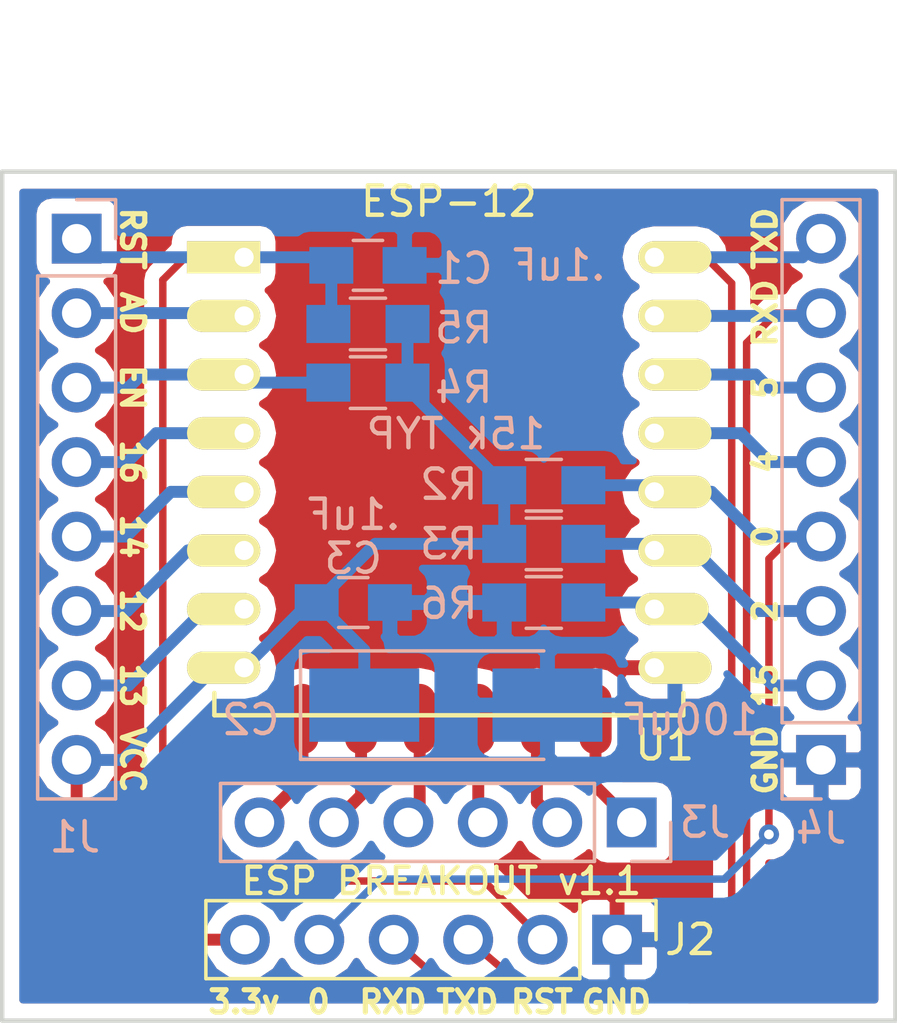
<source format=kicad_pcb>
(kicad_pcb (version 4) (host pcbnew 4.0.7)

  (general
    (links 44)
    (no_connects 0)
    (area 159.014267 76.797599 190.660019 111.835001)
    (thickness 1.6)
    (drawings 27)
    (tracks 108)
    (zones 0)
    (modules 13)
    (nets 23)
  )

  (page A4)
  (layers
    (0 F.Cu signal)
    (31 B.Cu signal)
    (32 B.Adhes user)
    (36 B.SilkS user)
    (37 F.SilkS user)
    (38 B.Mask user)
    (39 F.Mask user)
    (44 Edge.Cuts user)
    (45 Margin user)
    (46 B.CrtYd user)
    (47 F.CrtYd user)
  )

  (setup
    (last_trace_width 0.1524)
    (user_trace_width 0.1524)
    (user_trace_width 0.254)
    (user_trace_width 0.4064)
    (user_trace_width 0.6096)
    (user_trace_width 0.9144)
    (user_trace_width 1.2192)
    (user_trace_width 1.8288)
    (user_trace_width 2.54)
    (trace_clearance 0.1524)
    (zone_clearance 0.508)
    (zone_45_only yes)
    (trace_min 0.1524)
    (segment_width 0.2)
    (edge_width 0.15)
    (via_size 0.6858)
    (via_drill 0.3302)
    (via_min_size 0.6858)
    (via_min_drill 0.3302)
    (user_via 0.6858 0.3302)
    (uvia_size 0.762)
    (uvia_drill 0.508)
    (uvias_allowed no)
    (uvia_min_size 0)
    (uvia_min_drill 0)
    (pcb_text_width 0.3)
    (pcb_text_size 1.5 1.5)
    (mod_edge_width 0.15)
    (mod_text_size 1 1)
    (mod_text_width 0.15)
    (pad_size 1.524 1.524)
    (pad_drill 0.762)
    (pad_to_mask_clearance 0.2)
    (aux_axis_origin 0 0)
    (visible_elements 7FFFFFFF)
    (pcbplotparams
      (layerselection 0x00030_80000001)
      (usegerberextensions false)
      (excludeedgelayer true)
      (linewidth 0.100000)
      (plotframeref false)
      (viasonmask false)
      (mode 1)
      (useauxorigin false)
      (hpglpennumber 1)
      (hpglpenspeed 20)
      (hpglpendiameter 15)
      (hpglpenoverlay 2)
      (psnegative false)
      (psa4output false)
      (plotreference true)
      (plotvalue true)
      (plotinvisibletext false)
      (padsonsilk false)
      (subtractmaskfromsilk false)
      (outputformat 1)
      (mirror false)
      (drillshape 1)
      (scaleselection 1)
      (outputdirectory ../../../Desktop/))
  )

  (net 0 "")
  (net 1 nRST)
  (net 2 GND)
  (net 3 +3V3)
  (net 4 GPIO16)
  (net 5 GPIO13)
  (net 6 GPIO12)
  (net 7 GPIO14)
  (net 8 EN)
  (net 9 ADC)
  (net 10 TXD)
  (net 11 RXD)
  (net 12 GPIO0)
  (net 13 SCLK)
  (net 14 MOSI)
  (net 15 GPIO10)
  (net 16 GPIO9)
  (net 17 MISO)
  (net 18 CS0)
  (net 19 GPIO5)
  (net 20 GPIO4)
  (net 21 GPIO2)
  (net 22 GPIO15)

  (net_class Default "This is the default net class."
    (clearance 0.1524)
    (trace_width 0.1524)
    (via_dia 0.6858)
    (via_drill 0.3302)
    (uvia_dia 0.762)
    (uvia_drill 0.508)
    (add_net +3V3)
    (add_net ADC)
    (add_net CS0)
    (add_net EN)
    (add_net GND)
    (add_net GPIO0)
    (add_net GPIO10)
    (add_net GPIO12)
    (add_net GPIO13)
    (add_net GPIO14)
    (add_net GPIO15)
    (add_net GPIO16)
    (add_net GPIO2)
    (add_net GPIO4)
    (add_net GPIO5)
    (add_net GPIO9)
    (add_net MISO)
    (add_net MOSI)
    (add_net RXD)
    (add_net SCLK)
    (add_net TXD)
    (add_net nRST)
  )

  (module Capacitors_SMD:C_0805_HandSoldering (layer B.Cu) (tedit 5A2EB4E9) (tstamp 58DC4CAE)
    (at 172.5 86)
    (descr "Capacitor SMD 0805, hand soldering")
    (tags "capacitor 0805")
    (path /58DC0E02)
    (attr smd)
    (fp_text reference C1 (at 3.268 0.106) (layer B.SilkS)
      (effects (font (size 1 1) (thickness 0.15)) (justify mirror))
    )
    (fp_text value .1uF (at 6.5 0) (layer B.SilkS)
      (effects (font (size 1 1) (thickness 0.15)) (justify mirror))
    )
    (fp_text user %R (at 0 1.75) (layer B.Fab)
      (effects (font (size 1 1) (thickness 0.15)) (justify mirror))
    )
    (fp_line (start -1 -0.62) (end -1 0.62) (layer B.Fab) (width 0.1))
    (fp_line (start 1 -0.62) (end -1 -0.62) (layer B.Fab) (width 0.1))
    (fp_line (start 1 0.62) (end 1 -0.62) (layer B.Fab) (width 0.1))
    (fp_line (start -1 0.62) (end 1 0.62) (layer B.Fab) (width 0.1))
    (fp_line (start 0.5 0.85) (end -0.5 0.85) (layer B.SilkS) (width 0.12))
    (fp_line (start -0.5 -0.85) (end 0.5 -0.85) (layer B.SilkS) (width 0.12))
    (fp_line (start -2.25 0.88) (end 2.25 0.88) (layer B.CrtYd) (width 0.05))
    (fp_line (start -2.25 0.88) (end -2.25 -0.87) (layer B.CrtYd) (width 0.05))
    (fp_line (start 2.25 -0.87) (end 2.25 0.88) (layer B.CrtYd) (width 0.05))
    (fp_line (start 2.25 -0.87) (end -2.25 -0.87) (layer B.CrtYd) (width 0.05))
    (pad 1 smd rect (at -1.25 0) (size 1.5 1.25) (layers B.Cu B.Mask)
      (net 1 nRST))
    (pad 2 smd rect (at 1.25 0) (size 1.5 1.25) (layers B.Cu B.Mask)
      (net 2 GND))
    (model Capacitors_SMD.3dshapes/C_0805.wrl
      (at (xyz 0 0 0))
      (scale (xyz 1 1 1))
      (rotate (xyz 0 0 0))
    )
  )

  (module Capacitors_SMD:C_0805_HandSoldering (layer B.Cu) (tedit 5A301783) (tstamp 58DC4CBA)
    (at 172 97.5)
    (descr "Capacitor SMD 0805, hand soldering")
    (tags "capacitor 0805")
    (path /58DC1816)
    (attr smd)
    (fp_text reference C3 (at 0 -1.5) (layer B.SilkS)
      (effects (font (size 1 1) (thickness 0.15)) (justify mirror))
    )
    (fp_text value .1uF (at 0 -3) (layer B.SilkS)
      (effects (font (size 1 1) (thickness 0.15)) (justify mirror))
    )
    (fp_text user %R (at 0 1.75) (layer B.Fab)
      (effects (font (size 1 1) (thickness 0.15)) (justify mirror))
    )
    (fp_line (start -1 -0.62) (end -1 0.62) (layer B.Fab) (width 0.1))
    (fp_line (start 1 -0.62) (end -1 -0.62) (layer B.Fab) (width 0.1))
    (fp_line (start 1 0.62) (end 1 -0.62) (layer B.Fab) (width 0.1))
    (fp_line (start -1 0.62) (end 1 0.62) (layer B.Fab) (width 0.1))
    (fp_line (start 0.5 0.85) (end -0.5 0.85) (layer B.SilkS) (width 0.12))
    (fp_line (start -0.5 -0.85) (end 0.5 -0.85) (layer B.SilkS) (width 0.12))
    (fp_line (start -2.25 0.88) (end 2.25 0.88) (layer B.CrtYd) (width 0.05))
    (fp_line (start -2.25 0.88) (end -2.25 -0.87) (layer B.CrtYd) (width 0.05))
    (fp_line (start 2.25 -0.87) (end 2.25 0.88) (layer B.CrtYd) (width 0.05))
    (fp_line (start 2.25 -0.87) (end -2.25 -0.87) (layer B.CrtYd) (width 0.05))
    (pad 1 smd rect (at -1.25 0) (size 1.5 1.25) (layers B.Cu B.Mask)
      (net 3 +3V3))
    (pad 2 smd rect (at 1.25 0) (size 1.5 1.25) (layers B.Cu B.Mask)
      (net 2 GND))
    (model Capacitors_SMD.3dshapes/C_0805.wrl
      (at (xyz 0 0 0))
      (scale (xyz 1 1 1))
      (rotate (xyz 0 0 0))
    )
  )

  (module Resistors_SMD:R_0805_HandSoldering (layer B.Cu) (tedit 5A301790) (tstamp 58DC4CF8)
    (at 178.5 93.5 180)
    (descr "Resistor SMD 0805, hand soldering")
    (tags "resistor 0805")
    (path /58DC0A94)
    (attr smd)
    (fp_text reference R2 (at 3.24 0.028 180) (layer B.SilkS)
      (effects (font (size 1 1) (thickness 0.15)) (justify mirror))
    )
    (fp_text value "15k TYP" (at 3 1.75 180) (layer B.SilkS)
      (effects (font (size 1 1) (thickness 0.15)) (justify mirror))
    )
    (fp_text user %R (at 0 1.7 180) (layer B.Fab)
      (effects (font (size 1 1) (thickness 0.15)) (justify mirror))
    )
    (fp_line (start -1 -0.62) (end -1 0.62) (layer B.Fab) (width 0.1))
    (fp_line (start 1 -0.62) (end -1 -0.62) (layer B.Fab) (width 0.1))
    (fp_line (start 1 0.62) (end 1 -0.62) (layer B.Fab) (width 0.1))
    (fp_line (start -1 0.62) (end 1 0.62) (layer B.Fab) (width 0.1))
    (fp_line (start 0.6 -0.88) (end -0.6 -0.88) (layer B.SilkS) (width 0.12))
    (fp_line (start -0.6 0.88) (end 0.6 0.88) (layer B.SilkS) (width 0.12))
    (fp_line (start -2.35 0.9) (end 2.35 0.9) (layer B.CrtYd) (width 0.05))
    (fp_line (start -2.35 0.9) (end -2.35 -0.9) (layer B.CrtYd) (width 0.05))
    (fp_line (start 2.35 -0.9) (end 2.35 0.9) (layer B.CrtYd) (width 0.05))
    (fp_line (start 2.35 -0.9) (end -2.35 -0.9) (layer B.CrtYd) (width 0.05))
    (pad 1 smd rect (at -1.35 0 180) (size 1.5 1.3) (layers B.Cu B.Mask)
      (net 12 GPIO0))
    (pad 2 smd rect (at 1.35 0 180) (size 1.5 1.3) (layers B.Cu B.Mask)
      (net 3 +3V3))
    (model Resistors_SMD.3dshapes/R_0805.wrl
      (at (xyz 0 0 0))
      (scale (xyz 1 1 1))
      (rotate (xyz 0 0 0))
    )
  )

  (module Resistors_SMD:R_0805_HandSoldering (layer B.Cu) (tedit 58DC2F30) (tstamp 58DC4CFE)
    (at 178.5 95.5 180)
    (descr "Resistor SMD 0805, hand soldering")
    (tags "resistor 0805")
    (path /58DC0B58)
    (attr smd)
    (fp_text reference R3 (at 3.24 -0.004 180) (layer B.SilkS)
      (effects (font (size 1 1) (thickness 0.15)) (justify mirror))
    )
    (fp_text value 15k (at 0 -1.75 180) (layer B.Fab)
      (effects (font (size 1 1) (thickness 0.15)) (justify mirror))
    )
    (fp_text user %R (at 0 1.7 180) (layer B.Fab)
      (effects (font (size 1 1) (thickness 0.15)) (justify mirror))
    )
    (fp_line (start -1 -0.62) (end -1 0.62) (layer B.Fab) (width 0.1))
    (fp_line (start 1 -0.62) (end -1 -0.62) (layer B.Fab) (width 0.1))
    (fp_line (start 1 0.62) (end 1 -0.62) (layer B.Fab) (width 0.1))
    (fp_line (start -1 0.62) (end 1 0.62) (layer B.Fab) (width 0.1))
    (fp_line (start 0.6 -0.88) (end -0.6 -0.88) (layer B.SilkS) (width 0.12))
    (fp_line (start -0.6 0.88) (end 0.6 0.88) (layer B.SilkS) (width 0.12))
    (fp_line (start -2.35 0.9) (end 2.35 0.9) (layer B.CrtYd) (width 0.05))
    (fp_line (start -2.35 0.9) (end -2.35 -0.9) (layer B.CrtYd) (width 0.05))
    (fp_line (start 2.35 -0.9) (end 2.35 0.9) (layer B.CrtYd) (width 0.05))
    (fp_line (start 2.35 -0.9) (end -2.35 -0.9) (layer B.CrtYd) (width 0.05))
    (pad 1 smd rect (at -1.35 0 180) (size 1.5 1.3) (layers B.Cu B.Mask)
      (net 21 GPIO2))
    (pad 2 smd rect (at 1.35 0 180) (size 1.5 1.3) (layers B.Cu B.Mask)
      (net 3 +3V3))
    (model Resistors_SMD.3dshapes/R_0805.wrl
      (at (xyz 0 0 0))
      (scale (xyz 1 1 1))
      (rotate (xyz 0 0 0))
    )
  )

  (module Resistors_SMD:R_0805_HandSoldering (layer B.Cu) (tedit 5A30160C) (tstamp 58DC4D04)
    (at 172.5 90)
    (descr "Resistor SMD 0805, hand soldering")
    (tags "resistor 0805")
    (path /58DC0BDA)
    (attr smd)
    (fp_text reference R4 (at 3.268 0.17) (layer B.SilkS)
      (effects (font (size 1 1) (thickness 0.15)) (justify mirror))
    )
    (fp_text value 15k (at 6.5 0) (layer B.SilkS) hide
      (effects (font (size 1 1) (thickness 0.15)) (justify mirror))
    )
    (fp_text user %R (at 0 1.7) (layer B.Fab)
      (effects (font (size 1 1) (thickness 0.15)) (justify mirror))
    )
    (fp_line (start -1 -0.62) (end -1 0.62) (layer B.Fab) (width 0.1))
    (fp_line (start 1 -0.62) (end -1 -0.62) (layer B.Fab) (width 0.1))
    (fp_line (start 1 0.62) (end 1 -0.62) (layer B.Fab) (width 0.1))
    (fp_line (start -1 0.62) (end 1 0.62) (layer B.Fab) (width 0.1))
    (fp_line (start 0.6 -0.88) (end -0.6 -0.88) (layer B.SilkS) (width 0.12))
    (fp_line (start -0.6 0.88) (end 0.6 0.88) (layer B.SilkS) (width 0.12))
    (fp_line (start -2.35 0.9) (end 2.35 0.9) (layer B.CrtYd) (width 0.05))
    (fp_line (start -2.35 0.9) (end -2.35 -0.9) (layer B.CrtYd) (width 0.05))
    (fp_line (start 2.35 -0.9) (end 2.35 0.9) (layer B.CrtYd) (width 0.05))
    (fp_line (start 2.35 -0.9) (end -2.35 -0.9) (layer B.CrtYd) (width 0.05))
    (pad 1 smd rect (at -1.35 0) (size 1.5 1.3) (layers B.Cu B.Mask)
      (net 8 EN))
    (pad 2 smd rect (at 1.35 0) (size 1.5 1.3) (layers B.Cu B.Mask)
      (net 3 +3V3))
    (model Resistors_SMD.3dshapes/R_0805.wrl
      (at (xyz 0 0 0))
      (scale (xyz 1 1 1))
      (rotate (xyz 0 0 0))
    )
  )

  (module Resistors_SMD:R_0805_HandSoldering (layer B.Cu) (tedit 5A301602) (tstamp 58DC4D0A)
    (at 172.5 88)
    (descr "Resistor SMD 0805, hand soldering")
    (tags "resistor 0805")
    (path /58DC0C51)
    (attr smd)
    (fp_text reference R5 (at 3.268 0.138) (layer B.SilkS)
      (effects (font (size 1 1) (thickness 0.15)) (justify mirror))
    )
    (fp_text value 15k (at 6.5 0) (layer B.SilkS) hide
      (effects (font (size 1 1) (thickness 0.15)) (justify mirror))
    )
    (fp_text user %R (at 0 1.7) (layer B.Fab)
      (effects (font (size 1 1) (thickness 0.15)) (justify mirror))
    )
    (fp_line (start -1 -0.62) (end -1 0.62) (layer B.Fab) (width 0.1))
    (fp_line (start 1 -0.62) (end -1 -0.62) (layer B.Fab) (width 0.1))
    (fp_line (start 1 0.62) (end 1 -0.62) (layer B.Fab) (width 0.1))
    (fp_line (start -1 0.62) (end 1 0.62) (layer B.Fab) (width 0.1))
    (fp_line (start 0.6 -0.88) (end -0.6 -0.88) (layer B.SilkS) (width 0.12))
    (fp_line (start -0.6 0.88) (end 0.6 0.88) (layer B.SilkS) (width 0.12))
    (fp_line (start -2.35 0.9) (end 2.35 0.9) (layer B.CrtYd) (width 0.05))
    (fp_line (start -2.35 0.9) (end -2.35 -0.9) (layer B.CrtYd) (width 0.05))
    (fp_line (start 2.35 -0.9) (end 2.35 0.9) (layer B.CrtYd) (width 0.05))
    (fp_line (start 2.35 -0.9) (end -2.35 -0.9) (layer B.CrtYd) (width 0.05))
    (pad 1 smd rect (at -1.35 0) (size 1.5 1.3) (layers B.Cu B.Mask)
      (net 1 nRST))
    (pad 2 smd rect (at 1.35 0) (size 1.5 1.3) (layers B.Cu B.Mask)
      (net 3 +3V3))
    (model Resistors_SMD.3dshapes/R_0805.wrl
      (at (xyz 0 0 0))
      (scale (xyz 1 1 1))
      (rotate (xyz 0 0 0))
    )
  )

  (module Resistors_SMD:R_0805_HandSoldering (layer B.Cu) (tedit 58DC2F2E) (tstamp 58DC4D10)
    (at 178.5 97.5 180)
    (descr "Resistor SMD 0805, hand soldering")
    (tags "resistor 0805")
    (path /58DC1254)
    (attr smd)
    (fp_text reference R6 (at 3.24 -0.036 180) (layer B.SilkS)
      (effects (font (size 1 1) (thickness 0.15)) (justify mirror))
    )
    (fp_text value 15k (at 0 -1.75 180) (layer B.Fab)
      (effects (font (size 1 1) (thickness 0.15)) (justify mirror))
    )
    (fp_text user %R (at 0 1.7 180) (layer B.Fab)
      (effects (font (size 1 1) (thickness 0.15)) (justify mirror))
    )
    (fp_line (start -1 -0.62) (end -1 0.62) (layer B.Fab) (width 0.1))
    (fp_line (start 1 -0.62) (end -1 -0.62) (layer B.Fab) (width 0.1))
    (fp_line (start 1 0.62) (end 1 -0.62) (layer B.Fab) (width 0.1))
    (fp_line (start -1 0.62) (end 1 0.62) (layer B.Fab) (width 0.1))
    (fp_line (start 0.6 -0.88) (end -0.6 -0.88) (layer B.SilkS) (width 0.12))
    (fp_line (start -0.6 0.88) (end 0.6 0.88) (layer B.SilkS) (width 0.12))
    (fp_line (start -2.35 0.9) (end 2.35 0.9) (layer B.CrtYd) (width 0.05))
    (fp_line (start -2.35 0.9) (end -2.35 -0.9) (layer B.CrtYd) (width 0.05))
    (fp_line (start 2.35 -0.9) (end 2.35 0.9) (layer B.CrtYd) (width 0.05))
    (fp_line (start 2.35 -0.9) (end -2.35 -0.9) (layer B.CrtYd) (width 0.05))
    (pad 1 smd rect (at -1.35 0 180) (size 1.5 1.3) (layers B.Cu B.Mask)
      (net 22 GPIO15))
    (pad 2 smd rect (at 1.35 0 180) (size 1.5 1.3) (layers B.Cu B.Mask)
      (net 2 GND))
    (model Resistors_SMD.3dshapes/R_0805.wrl
      (at (xyz 0 0 0))
      (scale (xyz 1 1 1))
      (rotate (xyz 0 0 0))
    )
  )

  (module ESP8266:ESP-12E (layer F.Cu) (tedit 5A301235) (tstamp 58DC4D3E)
    (at 168.275 85.725)
    (descr "Module, ESP-8266, ESP-12, 16 pad, SMD")
    (tags "Module ESP-8266 ESP8266")
    (path /58DC0874)
    (fp_text reference U1 (at 14.351 16.637) (layer F.SilkS)
      (effects (font (size 1 1) (thickness 0.15)))
    )
    (fp_text value ESP-12 (at 6.985 -1.905) (layer F.SilkS)
      (effects (font (size 1 1) (thickness 0.15)))
    )
    (fp_line (start -2.25 -0.5) (end -2.25 -8.75) (layer F.CrtYd) (width 0.05))
    (fp_line (start -2.25 -8.75) (end 15.25 -8.75) (layer F.CrtYd) (width 0.05))
    (fp_line (start 15.25 -8.75) (end 16.25 -8.75) (layer F.CrtYd) (width 0.05))
    (fp_line (start 16.25 -8.75) (end 16.25 16) (layer F.CrtYd) (width 0.05))
    (fp_line (start 16.25 16) (end -2.25 16) (layer F.CrtYd) (width 0.05))
    (fp_line (start -2.25 16) (end -2.25 -0.5) (layer F.CrtYd) (width 0.05))
    (fp_line (start -1.016 -8.382) (end 14.986 -8.382) (layer F.CrtYd) (width 0.1524))
    (fp_line (start 14.986 -8.382) (end 14.986 -0.889) (layer F.CrtYd) (width 0.1524))
    (fp_line (start -1.016 -8.382) (end -1.016 -1.016) (layer F.CrtYd) (width 0.1524))
    (fp_line (start -1.016 14.859) (end -1.016 15.621) (layer F.SilkS) (width 0.1524))
    (fp_line (start -1.016 15.621) (end 14.986 15.621) (layer F.SilkS) (width 0.1524))
    (fp_line (start 14.986 15.621) (end 14.986 14.859) (layer F.SilkS) (width 0.1524))
    (fp_line (start 14.992 -8.4) (end -1.008 -2.6) (layer F.CrtYd) (width 0.1524))
    (fp_line (start -1.008 -8.4) (end 14.992 -2.6) (layer F.CrtYd) (width 0.1524))
    (fp_text user "No Copper" (at 6.892 -5.4) (layer F.CrtYd)
      (effects (font (size 1 1) (thickness 0.15)))
    )
    (fp_line (start -1.008 -2.6) (end 14.992 -2.6) (layer F.CrtYd) (width 0.1524))
    (fp_line (start 15 -8.4) (end 15 15.6) (layer F.Fab) (width 0.05))
    (fp_line (start 14.992 15.6) (end -1.008 15.6) (layer F.Fab) (width 0.05))
    (fp_line (start -1.008 15.6) (end -1.008 -8.4) (layer F.Fab) (width 0.05))
    (fp_line (start -1.008 -8.4) (end 14.992 -8.4) (layer F.Fab) (width 0.05))
    (pad 1 thru_hole rect (at 0 0) (size 2.5 1.1) (drill 0.65 (offset -0.7 0)) (layers *.Cu *.Mask F.SilkS)
      (net 1 nRST))
    (pad 2 thru_hole oval (at 0 2) (size 2.5 1.1) (drill 0.65 (offset -0.7 0)) (layers *.Cu *.Mask F.SilkS)
      (net 9 ADC))
    (pad 3 thru_hole oval (at 0 4) (size 2.5 1.1) (drill 0.65 (offset -0.7 0)) (layers *.Cu *.Mask F.SilkS)
      (net 8 EN))
    (pad 4 thru_hole oval (at 0 6) (size 2.5 1.1) (drill 0.65 (offset -0.7 0)) (layers *.Cu *.Mask F.SilkS)
      (net 4 GPIO16))
    (pad 5 thru_hole oval (at 0 8) (size 2.5 1.1) (drill 0.65 (offset -0.7 0)) (layers *.Cu *.Mask F.SilkS)
      (net 7 GPIO14))
    (pad 6 thru_hole oval (at 0 10) (size 2.5 1.1) (drill 0.65 (offset -0.7 0)) (layers *.Cu *.Mask F.SilkS)
      (net 6 GPIO12))
    (pad 7 thru_hole oval (at 0 12) (size 2.5 1.1) (drill 0.65 (offset -0.7 0)) (layers *.Cu *.Mask F.SilkS)
      (net 5 GPIO13))
    (pad 8 thru_hole oval (at 0 14) (size 2.5 1.1) (drill 0.65 (offset -0.7 0)) (layers *.Cu *.Mask F.SilkS)
      (net 3 +3V3))
    (pad 9 thru_hole oval (at 14 14) (size 2.5 1.1) (drill 0.65 (offset 0.7 0)) (layers *.Cu *.Mask F.SilkS)
      (net 2 GND))
    (pad 10 thru_hole oval (at 14 12) (size 2.5 1.1) (drill 0.65 (offset 0.6 0)) (layers *.Cu *.Mask F.SilkS)
      (net 22 GPIO15))
    (pad 11 thru_hole oval (at 14 10) (size 2.5 1.1) (drill 0.65 (offset 0.7 0)) (layers *.Cu *.Mask F.SilkS)
      (net 21 GPIO2))
    (pad 12 thru_hole oval (at 14 8) (size 2.5 1.1) (drill 0.65 (offset 0.7 0)) (layers *.Cu *.Mask F.SilkS)
      (net 12 GPIO0))
    (pad 13 thru_hole oval (at 14 6) (size 2.5 1.1) (drill 0.65 (offset 0.7 0)) (layers *.Cu *.Mask F.SilkS)
      (net 20 GPIO4))
    (pad 14 thru_hole oval (at 14 4) (size 2.5 1.1) (drill 0.65 (offset 0.7 0)) (layers *.Cu *.Mask F.SilkS)
      (net 19 GPIO5))
    (pad 15 thru_hole oval (at 14 2) (size 2.5 1.1) (drill 0.65 (offset 0.7 0)) (layers *.Cu *.Mask F.SilkS)
      (net 11 RXD))
    (pad 16 thru_hole oval (at 14 0) (size 2.5 1.1) (drill 0.65 (offset 0.7 0)) (layers *.Cu *.Mask F.SilkS)
      (net 10 TXD))
    (pad 17 smd oval (at 1.99 15.75 90) (size 2.4 1.1) (layers F.Cu F.Mask)
      (net 18 CS0))
    (pad 18 smd oval (at 3.99 15.75 90) (size 2.4 1.1) (layers F.Cu F.Mask)
      (net 17 MISO))
    (pad 19 smd oval (at 5.99 15.75 90) (size 2.4 1.1) (layers F.Cu F.Mask)
      (net 16 GPIO9))
    (pad 20 smd oval (at 7.99 15.75 90) (size 2.4 1.1) (layers F.Cu F.Mask)
      (net 15 GPIO10))
    (pad 21 smd oval (at 9.99 15.75 90) (size 2.4 1.1) (layers F.Cu F.Mask)
      (net 14 MOSI))
    (pad 22 smd oval (at 11.99 15.75 90) (size 2.4 1.1) (layers F.Cu F.Mask)
      (net 13 SCLK))
    (model ${ESPLIB}/ESP8266.3dshapes/ESP-12.wrl
      (at (xyz 0 0 0))
      (scale (xyz 0.3937 0.3937 0.3937))
      (rotate (xyz 0 0 0))
    )
  )

  (module Socket_Strips:Socket_Strip_Straight_1x06_Pitch2.54mm (layer F.Cu) (tedit 5B79AF52) (tstamp 58DC4CD6)
    (at 181 109 270)
    (descr "Through hole straight socket strip, 1x06, 2.54mm pitch, single row")
    (tags "Through hole socket strip THT 1x06 2.54mm single row")
    (path /58DC58B8)
    (fp_text reference J2 (at 0 -2.5 360) (layer F.SilkS)
      (effects (font (size 1 1) (thickness 0.15)))
    )
    (fp_text value CONN_01X06 (at 4.03 5.74 360) (layer F.Fab) hide
      (effects (font (size 1 1) (thickness 0.15)))
    )
    (fp_line (start -1.27 -1.27) (end -1.27 13.97) (layer F.Fab) (width 0.1))
    (fp_line (start -1.27 13.97) (end 1.27 13.97) (layer F.Fab) (width 0.1))
    (fp_line (start 1.27 13.97) (end 1.27 -1.27) (layer F.Fab) (width 0.1))
    (fp_line (start 1.27 -1.27) (end -1.27 -1.27) (layer F.Fab) (width 0.1))
    (fp_line (start -1.33 1.27) (end -1.33 14.03) (layer F.SilkS) (width 0.12))
    (fp_line (start -1.33 14.03) (end 1.33 14.03) (layer F.SilkS) (width 0.12))
    (fp_line (start 1.33 14.03) (end 1.33 1.27) (layer F.SilkS) (width 0.12))
    (fp_line (start 1.33 1.27) (end -1.33 1.27) (layer F.SilkS) (width 0.12))
    (fp_line (start -1.33 0) (end -1.33 -1.33) (layer F.SilkS) (width 0.12))
    (fp_line (start -1.33 -1.33) (end 0 -1.33) (layer F.SilkS) (width 0.12))
    (fp_line (start -1.8 -1.8) (end -1.8 14.5) (layer F.CrtYd) (width 0.05))
    (fp_line (start -1.8 14.5) (end 1.8 14.5) (layer F.CrtYd) (width 0.05))
    (fp_line (start 1.8 14.5) (end 1.8 -1.8) (layer F.CrtYd) (width 0.05))
    (fp_line (start 1.8 -1.8) (end -1.8 -1.8) (layer F.CrtYd) (width 0.05))
    (fp_text user %R (at 0 -2.33 270) (layer F.Fab)
      (effects (font (size 1 1) (thickness 0.15)))
    )
    (pad 1 thru_hole rect (at 0 0 270) (size 1.7 1.7) (drill 1) (layers *.Cu *.Mask)
      (net 2 GND))
    (pad 2 thru_hole oval (at 0 2.54 270) (size 1.7 1.7) (drill 1) (layers *.Cu *.Mask)
      (net 1 nRST))
    (pad 3 thru_hole oval (at 0 5.08 270) (size 1.7 1.7) (drill 1) (layers *.Cu *.Mask)
      (net 10 TXD))
    (pad 4 thru_hole oval (at 0 7.62 270) (size 1.7 1.7) (drill 1) (layers *.Cu *.Mask)
      (net 11 RXD))
    (pad 5 thru_hole oval (at 0 10.16 270) (size 1.7 1.7) (drill 1) (layers *.Cu *.Mask)
      (net 12 GPIO0))
    (pad 6 thru_hole oval (at 0 12.7 270) (size 1.7 1.7) (drill 1) (layers *.Cu *.Mask)
      (net 3 +3V3))
    (model ${KISYS3DMOD}/Socket_Strips.3dshapes/Socket_Strip_Straight_1x06_Pitch2.54mm.wrl
      (at (xyz 0 -0.25 0))
      (scale (xyz 1 1 1))
      (rotate (xyz 0 0 270))
    )
  )

  (module Pin_Headers:Pin_Header_Straight_1x08_Pitch2.54mm (layer B.Cu) (tedit 59650532) (tstamp 58DC4CEC)
    (at 187.96 102.87)
    (descr "Through hole straight pin header, 1x08, 2.54mm pitch, single row")
    (tags "Through hole pin header THT 1x08 2.54mm single row")
    (path /58DC348A)
    (fp_text reference J4 (at 0 2.33) (layer B.SilkS)
      (effects (font (size 1 1) (thickness 0.15)) (justify mirror))
    )
    (fp_text value P8-16 (at 0 -20.11) (layer B.Fab)
      (effects (font (size 1 1) (thickness 0.15)) (justify mirror))
    )
    (fp_line (start -0.635 1.27) (end 1.27 1.27) (layer B.Fab) (width 0.1))
    (fp_line (start 1.27 1.27) (end 1.27 -19.05) (layer B.Fab) (width 0.1))
    (fp_line (start 1.27 -19.05) (end -1.27 -19.05) (layer B.Fab) (width 0.1))
    (fp_line (start -1.27 -19.05) (end -1.27 0.635) (layer B.Fab) (width 0.1))
    (fp_line (start -1.27 0.635) (end -0.635 1.27) (layer B.Fab) (width 0.1))
    (fp_line (start -1.33 -19.11) (end 1.33 -19.11) (layer B.SilkS) (width 0.12))
    (fp_line (start -1.33 -1.27) (end -1.33 -19.11) (layer B.SilkS) (width 0.12))
    (fp_line (start 1.33 -1.27) (end 1.33 -19.11) (layer B.SilkS) (width 0.12))
    (fp_line (start -1.33 -1.27) (end 1.33 -1.27) (layer B.SilkS) (width 0.12))
    (fp_line (start -1.33 0) (end -1.33 1.33) (layer B.SilkS) (width 0.12))
    (fp_line (start -1.33 1.33) (end 0 1.33) (layer B.SilkS) (width 0.12))
    (fp_line (start -1.8 1.8) (end -1.8 -19.55) (layer B.CrtYd) (width 0.05))
    (fp_line (start -1.8 -19.55) (end 1.8 -19.55) (layer B.CrtYd) (width 0.05))
    (fp_line (start 1.8 -19.55) (end 1.8 1.8) (layer B.CrtYd) (width 0.05))
    (fp_line (start 1.8 1.8) (end -1.8 1.8) (layer B.CrtYd) (width 0.05))
    (fp_text user %R (at 0 -8.89 270) (layer B.Fab)
      (effects (font (size 1 1) (thickness 0.15)) (justify mirror))
    )
    (pad 1 thru_hole rect (at 0 0) (size 1.7 1.7) (drill 1) (layers *.Cu *.Mask)
      (net 2 GND))
    (pad 2 thru_hole oval (at 0 -2.54) (size 1.7 1.7) (drill 1) (layers *.Cu *.Mask)
      (net 22 GPIO15))
    (pad 3 thru_hole oval (at 0 -5.08) (size 1.7 1.7) (drill 1) (layers *.Cu *.Mask)
      (net 21 GPIO2))
    (pad 4 thru_hole oval (at 0 -7.62) (size 1.7 1.7) (drill 1) (layers *.Cu *.Mask)
      (net 12 GPIO0))
    (pad 5 thru_hole oval (at 0 -10.16) (size 1.7 1.7) (drill 1) (layers *.Cu *.Mask)
      (net 20 GPIO4))
    (pad 6 thru_hole oval (at 0 -12.7) (size 1.7 1.7) (drill 1) (layers *.Cu *.Mask)
      (net 19 GPIO5))
    (pad 7 thru_hole oval (at 0 -15.24) (size 1.7 1.7) (drill 1) (layers *.Cu *.Mask)
      (net 11 RXD))
    (pad 8 thru_hole oval (at 0 -17.78) (size 1.7 1.7) (drill 1) (layers *.Cu *.Mask)
      (net 10 TXD))
    (model ${KISYS3DMOD}/Pin_Headers.3dshapes/Pin_Header_Straight_1x08_Pitch2.54mm.wrl
      (at (xyz 0 0 0))
      (scale (xyz 1 1 1))
      (rotate (xyz 0 0 0))
    )
  )

  (module Pin_Headers:Pin_Header_Straight_1x08_Pitch2.54mm (layer B.Cu) (tedit 5A3013CB) (tstamp 58DC4CCC)
    (at 162.56 85.09 180)
    (descr "Through hole straight pin header, 1x08, 2.54mm pitch, single row")
    (tags "Through hole pin header THT 1x08 2.54mm single row")
    (path /58DC3CB3)
    (fp_text reference J1 (at 0.06 -20.41 180) (layer B.SilkS)
      (effects (font (size 1 1) (thickness 0.15)) (justify mirror))
    )
    (fp_text value P1-8 (at 0 -20.11 180) (layer B.Fab)
      (effects (font (size 1 1) (thickness 0.15)) (justify mirror))
    )
    (fp_line (start -0.635 1.27) (end 1.27 1.27) (layer B.Fab) (width 0.1))
    (fp_line (start 1.27 1.27) (end 1.27 -19.05) (layer B.Fab) (width 0.1))
    (fp_line (start 1.27 -19.05) (end -1.27 -19.05) (layer B.Fab) (width 0.1))
    (fp_line (start -1.27 -19.05) (end -1.27 0.635) (layer B.Fab) (width 0.1))
    (fp_line (start -1.27 0.635) (end -0.635 1.27) (layer B.Fab) (width 0.1))
    (fp_line (start -1.33 -19.11) (end 1.33 -19.11) (layer B.SilkS) (width 0.12))
    (fp_line (start -1.33 -1.27) (end -1.33 -19.11) (layer B.SilkS) (width 0.12))
    (fp_line (start 1.33 -1.27) (end 1.33 -19.11) (layer B.SilkS) (width 0.12))
    (fp_line (start -1.33 -1.27) (end 1.33 -1.27) (layer B.SilkS) (width 0.12))
    (fp_line (start -1.33 0) (end -1.33 1.33) (layer B.SilkS) (width 0.12))
    (fp_line (start -1.33 1.33) (end 0 1.33) (layer B.SilkS) (width 0.12))
    (fp_line (start -1.8 1.8) (end -1.8 -19.55) (layer B.CrtYd) (width 0.05))
    (fp_line (start -1.8 -19.55) (end 1.8 -19.55) (layer B.CrtYd) (width 0.05))
    (fp_line (start 1.8 -19.55) (end 1.8 1.8) (layer B.CrtYd) (width 0.05))
    (fp_line (start 1.8 1.8) (end -1.8 1.8) (layer B.CrtYd) (width 0.05))
    (fp_text user %R (at 0 -8.89 450) (layer B.Fab)
      (effects (font (size 1 1) (thickness 0.15)) (justify mirror))
    )
    (pad 1 thru_hole rect (at 0 0 180) (size 1.7 1.7) (drill 1) (layers *.Cu *.Mask)
      (net 1 nRST))
    (pad 2 thru_hole oval (at 0 -2.54 180) (size 1.7 1.7) (drill 1) (layers *.Cu *.Mask)
      (net 9 ADC))
    (pad 3 thru_hole oval (at 0 -5.08 180) (size 1.7 1.7) (drill 1) (layers *.Cu *.Mask)
      (net 8 EN))
    (pad 4 thru_hole oval (at 0 -7.62 180) (size 1.7 1.7) (drill 1) (layers *.Cu *.Mask)
      (net 4 GPIO16))
    (pad 5 thru_hole oval (at 0 -10.16 180) (size 1.7 1.7) (drill 1) (layers *.Cu *.Mask)
      (net 7 GPIO14))
    (pad 6 thru_hole oval (at 0 -12.7 180) (size 1.7 1.7) (drill 1) (layers *.Cu *.Mask)
      (net 6 GPIO12))
    (pad 7 thru_hole oval (at 0 -15.24 180) (size 1.7 1.7) (drill 1) (layers *.Cu *.Mask)
      (net 5 GPIO13))
    (pad 8 thru_hole oval (at 0 -17.78 180) (size 1.7 1.7) (drill 1) (layers *.Cu *.Mask)
      (net 3 +3V3))
    (model ${KISYS3DMOD}/Pin_Headers.3dshapes/Pin_Header_Straight_1x08_Pitch2.54mm.wrl
      (at (xyz 0 0 0))
      (scale (xyz 1 1 1))
      (rotate (xyz 0 0 0))
    )
  )

  (module Pin_Headers:Pin_Header_Straight_1x06_Pitch2.54mm (layer B.Cu) (tedit 5A301419) (tstamp 58DC4CE0)
    (at 181.5 105 90)
    (descr "Through hole straight pin header, 1x06, 2.54mm pitch, single row")
    (tags "Through hole pin header THT 1x06 2.54mm single row")
    (path /58DC4A13)
    (fp_text reference J3 (at 0 2.5 180) (layer B.SilkS)
      (effects (font (size 1 1) (thickness 0.15)) (justify mirror))
    )
    (fp_text value P17-22 (at 0 -15.03 90) (layer B.Fab)
      (effects (font (size 1 1) (thickness 0.15)) (justify mirror))
    )
    (fp_line (start -0.635 1.27) (end 1.27 1.27) (layer B.Fab) (width 0.1))
    (fp_line (start 1.27 1.27) (end 1.27 -13.97) (layer B.Fab) (width 0.1))
    (fp_line (start 1.27 -13.97) (end -1.27 -13.97) (layer B.Fab) (width 0.1))
    (fp_line (start -1.27 -13.97) (end -1.27 0.635) (layer B.Fab) (width 0.1))
    (fp_line (start -1.27 0.635) (end -0.635 1.27) (layer B.Fab) (width 0.1))
    (fp_line (start -1.33 -14.03) (end 1.33 -14.03) (layer B.SilkS) (width 0.12))
    (fp_line (start -1.33 -1.27) (end -1.33 -14.03) (layer B.SilkS) (width 0.12))
    (fp_line (start 1.33 -1.27) (end 1.33 -14.03) (layer B.SilkS) (width 0.12))
    (fp_line (start -1.33 -1.27) (end 1.33 -1.27) (layer B.SilkS) (width 0.12))
    (fp_line (start -1.33 0) (end -1.33 1.33) (layer B.SilkS) (width 0.12))
    (fp_line (start -1.33 1.33) (end 0 1.33) (layer B.SilkS) (width 0.12))
    (fp_line (start -1.8 1.8) (end -1.8 -14.5) (layer B.CrtYd) (width 0.05))
    (fp_line (start -1.8 -14.5) (end 1.8 -14.5) (layer B.CrtYd) (width 0.05))
    (fp_line (start 1.8 -14.5) (end 1.8 1.8) (layer B.CrtYd) (width 0.05))
    (fp_line (start 1.8 1.8) (end -1.8 1.8) (layer B.CrtYd) (width 0.05))
    (fp_text user %R (at 0 -6.35 360) (layer B.Fab)
      (effects (font (size 1 1) (thickness 0.15)) (justify mirror))
    )
    (pad 1 thru_hole rect (at 0 0 90) (size 1.7 1.7) (drill 1) (layers *.Cu *.Mask)
      (net 13 SCLK))
    (pad 2 thru_hole oval (at 0 -2.54 90) (size 1.7 1.7) (drill 1) (layers *.Cu *.Mask)
      (net 14 MOSI))
    (pad 3 thru_hole oval (at 0 -5.08 90) (size 1.7 1.7) (drill 1) (layers *.Cu *.Mask)
      (net 15 GPIO10))
    (pad 4 thru_hole oval (at 0 -7.62 90) (size 1.7 1.7) (drill 1) (layers *.Cu *.Mask)
      (net 16 GPIO9))
    (pad 5 thru_hole oval (at 0 -10.16 90) (size 1.7 1.7) (drill 1) (layers *.Cu *.Mask)
      (net 17 MISO))
    (pad 6 thru_hole oval (at 0 -12.7 90) (size 1.7 1.7) (drill 1) (layers *.Cu *.Mask)
      (net 18 CS0))
    (model ${KISYS3DMOD}/Pin_Headers.3dshapes/Pin_Header_Straight_1x06_Pitch2.54mm.wrl
      (at (xyz 0 0 0))
      (scale (xyz 1 1 1))
      (rotate (xyz 0 0 0))
    )
  )

  (module Capacitors_Tantalum_SMD:CP_Tantalum_Case-C_EIA-6032-28_Hand (layer B.Cu) (tedit 5A3016C5) (tstamp 58DC4CB4)
    (at 175.5 101)
    (descr "Tantalum capacitor, Case C, EIA 6032-28, 6.0x3.2x2.5mm, Hand soldering footprint")
    (tags "capacitor tantalum smd")
    (path /58DC1AF4)
    (attr smd)
    (fp_text reference C2 (at -7 0.5) (layer B.SilkS)
      (effects (font (size 1 1) (thickness 0.15)) (justify mirror))
    )
    (fp_text value 100uF (at 8 0.5) (layer B.SilkS)
      (effects (font (size 1 1) (thickness 0.15)) (justify mirror))
    )
    (fp_text user %R (at 0 0) (layer B.Fab)
      (effects (font (size 1 1) (thickness 0.15)) (justify mirror))
    )
    (fp_line (start -5.4 2) (end -5.4 -2) (layer B.CrtYd) (width 0.05))
    (fp_line (start -5.4 -2) (end 5.4 -2) (layer B.CrtYd) (width 0.05))
    (fp_line (start 5.4 -2) (end 5.4 2) (layer B.CrtYd) (width 0.05))
    (fp_line (start 5.4 2) (end -5.4 2) (layer B.CrtYd) (width 0.05))
    (fp_line (start -3 1.6) (end -3 -1.6) (layer B.Fab) (width 0.1))
    (fp_line (start -3 -1.6) (end 3 -1.6) (layer B.Fab) (width 0.1))
    (fp_line (start 3 -1.6) (end 3 1.6) (layer B.Fab) (width 0.1))
    (fp_line (start 3 1.6) (end -3 1.6) (layer B.Fab) (width 0.1))
    (fp_line (start -2.4 1.6) (end -2.4 -1.6) (layer B.Fab) (width 0.1))
    (fp_line (start -2.1 1.6) (end -2.1 -1.6) (layer B.Fab) (width 0.1))
    (fp_line (start -5.3 1.85) (end 3 1.85) (layer B.SilkS) (width 0.12))
    (fp_line (start -5.3 -1.85) (end 3 -1.85) (layer B.SilkS) (width 0.12))
    (fp_line (start -5.3 1.85) (end -5.3 -1.85) (layer B.SilkS) (width 0.12))
    (pad 1 smd rect (at -3.125 0) (size 3.75 2.5) (layers B.Cu B.Mask)
      (net 3 +3V3))
    (pad 2 smd rect (at 3.125 0) (size 3.75 2.5) (layers B.Cu B.Mask)
      (net 2 GND))
    (model Capacitors_Tantalum_SMD.3dshapes/CP_Tantalum_Case-C_EIA-6032-28.wrl
      (at (xyz 0 0 0))
      (scale (xyz 1 1 1))
      (rotate (xyz 0 0 0))
    )
  )

  (gr_text "ESP BREAKOUT v1.1" (at 175 107) (layer F.SilkS)
    (effects (font (size 0.9 0.9) (thickness 0.15)))
  )
  (gr_line (start 160.02 111.76) (end 190.5 111.76) (angle 90) (layer Edge.Cuts) (width 0.15))
  (gr_text 3.3v (at 168.275 111.125) (layer F.SilkS)
    (effects (font (size 0.762 0.762) (thickness 0.1778)))
  )
  (gr_text 0 (at 170.815 111.125) (layer F.SilkS)
    (effects (font (size 0.762 0.762) (thickness 0.1778)))
  )
  (gr_text GND (at 180.975 111.125) (layer F.SilkS)
    (effects (font (size 0.762 0.762) (thickness 0.1778)))
  )
  (gr_text RST (at 178.435 111.125) (layer F.SilkS)
    (effects (font (size 0.762 0.762) (thickness 0.1778)))
  )
  (gr_text TXD (at 175.895 111.125) (layer F.SilkS)
    (effects (font (size 0.762 0.762) (thickness 0.1778)))
  )
  (gr_text RXD (at 173.355 111.125) (layer F.SilkS)
    (effects (font (size 0.762 0.762) (thickness 0.1778)))
  )
  (gr_text TXD (at 186.055 85.09 90) (layer F.SilkS)
    (effects (font (size 0.762 0.762) (thickness 0.1778)))
  )
  (gr_text RXD (at 186.055 87.63 90) (layer F.SilkS)
    (effects (font (size 0.762 0.762) (thickness 0.1778)))
  )
  (gr_text 5 (at 186.055 90.17 90) (layer F.SilkS)
    (effects (font (size 0.762 0.762) (thickness 0.1778)))
  )
  (gr_text 4 (at 186.055 92.71 90) (layer F.SilkS)
    (effects (font (size 0.762 0.762) (thickness 0.1778)))
  )
  (gr_text 0 (at 186.055 95.25 90) (layer F.SilkS)
    (effects (font (size 0.762 0.762) (thickness 0.1778)))
  )
  (gr_text 2 (at 186.055 97.79 90) (layer F.SilkS)
    (effects (font (size 0.762 0.762) (thickness 0.1778)))
  )
  (gr_text 15 (at 186.055 100.33 90) (layer F.SilkS)
    (effects (font (size 0.762 0.762) (thickness 0.1778)))
  )
  (gr_text GND (at 186.055 102.87 90) (layer F.SilkS)
    (effects (font (size 0.762 0.762) (thickness 0.1778)))
  )
  (gr_text VCC (at 164.465 102.87 270) (layer F.SilkS)
    (effects (font (size 0.762 0.762) (thickness 0.1778)))
  )
  (gr_text 13 (at 164.465 100.33 270) (layer F.SilkS)
    (effects (font (size 0.762 0.762) (thickness 0.1778)))
  )
  (gr_text 12 (at 164.465 97.79 270) (layer F.SilkS)
    (effects (font (size 0.762 0.762) (thickness 0.1778)))
  )
  (gr_text 14 (at 164.465 95.25 270) (layer F.SilkS)
    (effects (font (size 0.762 0.762) (thickness 0.1778)))
  )
  (gr_text 16 (at 164.465 92.71 270) (layer F.SilkS)
    (effects (font (size 0.762 0.762) (thickness 0.1778)))
  )
  (gr_text AD (at 164.465 87.63 270) (layer F.SilkS)
    (effects (font (size 0.762 0.762) (thickness 0.1778)))
  )
  (gr_text EN (at 164.465 90.17 270) (layer F.SilkS)
    (effects (font (size 0.762 0.762) (thickness 0.1778)))
  )
  (gr_text RST (at 164.465 85.09 270) (layer F.SilkS)
    (effects (font (size 0.762 0.762) (thickness 0.1778)))
  )
  (gr_line (start 190.5 111.76) (end 190.5 82.804) (angle 90) (layer Edge.Cuts) (width 0.15))
  (gr_line (start 160.02 82.804) (end 160.02 111.76) (angle 90) (layer Edge.Cuts) (width 0.15))
  (gr_line (start 190.5 82.804) (end 160.02 82.804) (angle 90) (layer Edge.Cuts) (width 0.15))

  (segment (start 168.275 85.725) (end 166.275 85.725) (width 0.254) (layer F.Cu) (net 1))
  (segment (start 176.46 107) (end 178.46 109) (width 0.254) (layer F.Cu) (net 1) (tstamp 58DC58E5))
  (segment (start 167 107) (end 176.46 107) (width 0.254) (layer F.Cu) (net 1) (tstamp 58DC58E3))
  (segment (start 165.5 105.5) (end 167 107) (width 0.254) (layer F.Cu) (net 1) (tstamp 58DC58E1))
  (segment (start 165.5 86.5) (end 165.5 105.5) (width 0.254) (layer F.Cu) (net 1) (tstamp 58DC58E0))
  (segment (start 166.275 85.725) (end 165.5 86.5) (width 0.254) (layer F.Cu) (net 1) (tstamp 58DC58DF))
  (segment (start 171.25 86) (end 171.25 87.9) (width 0.4064) (layer B.Cu) (net 1))
  (segment (start 171.25 87.9) (end 171.15 88) (width 0.4064) (layer B.Cu) (net 1) (tstamp 58DC574B))
  (segment (start 168.275 85.725) (end 170.975 85.725) (width 0.4064) (layer B.Cu) (net 1))
  (segment (start 170.975 85.725) (end 171.25 86) (width 0.4064) (layer B.Cu) (net 1) (tstamp 58DC5748))
  (segment (start 171.15 87.9) (end 171.25 88) (width 0.4064) (layer B.Cu) (net 1) (tstamp 58DC567D))
  (segment (start 168.275 85.725) (end 163.195 85.725) (width 0.4064) (layer B.Cu) (net 1))
  (segment (start 163.195 85.725) (end 162.56 85.09) (width 0.4064) (layer B.Cu) (net 1) (tstamp 58DC5677))
  (segment (start 168.3 109) (end 166.912 109) (width 0.4064) (layer F.Cu) (net 3))
  (segment (start 162.56 104.648) (end 162.56 102.87) (width 0.4064) (layer F.Cu) (net 3) (tstamp 58DC5953))
  (segment (start 166.912 109) (end 162.56 104.648) (width 0.4064) (layer F.Cu) (net 3) (tstamp 58DC5952))
  (segment (start 173.85 90) (end 173.85 88) (width 0.4064) (layer B.Cu) (net 3))
  (segment (start 177.15 95.5) (end 172.75 95.5) (width 0.4064) (layer B.Cu) (net 3))
  (segment (start 172.75 95.5) (end 170.75 97.5) (width 0.4064) (layer B.Cu) (net 3) (tstamp 58DC5704))
  (segment (start 177.15 93.5) (end 177.15 95.5) (width 0.4064) (layer B.Cu) (net 3))
  (segment (start 173.85 90) (end 173.85 90.2) (width 0.4064) (layer B.Cu) (net 3))
  (segment (start 173.85 90.2) (end 177.15 93.5) (width 0.4064) (layer B.Cu) (net 3) (tstamp 58DC56FF))
  (segment (start 172.375 101) (end 172.375 99.125) (width 0.4064) (layer B.Cu) (net 3))
  (segment (start 172.375 99.125) (end 170.75 97.5) (width 0.4064) (layer B.Cu) (net 3) (tstamp 58DC56FC))
  (segment (start 170.75 97.5) (end 170.5 97.5) (width 0.4064) (layer B.Cu) (net 3))
  (segment (start 170.5 97.5) (end 168.275 99.725) (width 0.4064) (layer B.Cu) (net 3) (tstamp 58DC56F9))
  (segment (start 162.56 102.87) (end 164.13 102.87) (width 0.4064) (layer B.Cu) (net 3))
  (segment (start 164.13 102.87) (end 167.275 99.725) (width 0.4064) (layer B.Cu) (net 3) (tstamp 58DC56D2))
  (segment (start 167.275 99.725) (end 168.275 99.725) (width 0.4064) (layer B.Cu) (net 3) (tstamp 58DC56D3))
  (segment (start 162.56 92.71) (end 164.29 92.71) (width 0.4064) (layer B.Cu) (net 4))
  (segment (start 165.275 91.725) (end 168.275 91.725) (width 0.4064) (layer B.Cu) (net 4) (tstamp 58DC56BD))
  (segment (start 164.29 92.71) (end 165.275 91.725) (width 0.4064) (layer B.Cu) (net 4) (tstamp 58DC56BC))
  (segment (start 162.56 100.33) (end 164.33 100.33) (width 0.4064) (layer B.Cu) (net 5))
  (segment (start 164.33 100.33) (end 166.935 97.725) (width 0.4064) (layer B.Cu) (net 5) (tstamp 58DC56CE))
  (segment (start 166.935 97.725) (end 168.275 97.725) (width 0.4064) (layer B.Cu) (net 5) (tstamp 58DC56CF))
  (segment (start 162.56 97.79) (end 164.29 97.79) (width 0.4064) (layer B.Cu) (net 6))
  (segment (start 164.29 97.79) (end 166.355 95.725) (width 0.4064) (layer B.Cu) (net 6) (tstamp 58DC56C9))
  (segment (start 166.355 95.725) (end 168.275 95.725) (width 0.4064) (layer B.Cu) (net 6) (tstamp 58DC56CA))
  (segment (start 162.56 95.25) (end 164.25 95.25) (width 0.4064) (layer B.Cu) (net 7))
  (segment (start 165.775 93.725) (end 168.275 93.725) (width 0.4064) (layer B.Cu) (net 7) (tstamp 58DC56C1))
  (segment (start 164.25 95.25) (end 165.775 93.725) (width 0.4064) (layer B.Cu) (net 7) (tstamp 58DC56C0))
  (segment (start 171.15 90) (end 168.55 90) (width 0.4064) (layer B.Cu) (net 8))
  (segment (start 168.55 90) (end 168.275 89.725) (width 0.4064) (layer B.Cu) (net 8) (tstamp 58DC56F6))
  (segment (start 162.56 90.17) (end 164.33 90.17) (width 0.4064) (layer B.Cu) (net 8))
  (segment (start 164.775 89.725) (end 168.275 89.725) (width 0.4064) (layer B.Cu) (net 8) (tstamp 58DC56B9))
  (segment (start 164.33 90.17) (end 164.775 89.725) (width 0.4064) (layer B.Cu) (net 8) (tstamp 58DC56B8))
  (segment (start 162.56 87.63) (end 168.18 87.63) (width 0.4064) (layer B.Cu) (net 9))
  (segment (start 168.18 87.63) (end 168.275 87.725) (width 0.4064) (layer B.Cu) (net 9) (tstamp 58DC56AD))
  (segment (start 182.275 85.725) (end 184.023 85.725) (width 0.254) (layer F.Cu) (net 10))
  (segment (start 184.023 85.725) (end 184.912 86.614) (width 0.254) (layer F.Cu) (net 10) (tstamp 58DC5907))
  (segment (start 177.664 110.49) (end 175.92 109) (width 0.254) (layer F.Cu) (net 10) (tstamp 58DC590D))
  (segment (start 182.118 110.49) (end 177.664 110.49) (width 0.254) (layer F.Cu) (net 10) (tstamp 58DC590B))
  (segment (start 184.912 107.95) (end 182.118 110.49) (width 0.254) (layer F.Cu) (net 10) (tstamp 58DC5909))
  (segment (start 184.912 86.614) (end 184.912 107.95) (width 0.254) (layer F.Cu) (net 10) (tstamp 58DC5908))
  (segment (start 182.275 85.725) (end 187.325 85.725) (width 0.4064) (layer B.Cu) (net 10))
  (segment (start 187.325 85.725) (end 187.96 85.09) (width 0.4064) (layer B.Cu) (net 10) (tstamp 58DC56D7))
  (segment (start 187.96 87.63) (end 186.436 87.63) (width 0.254) (layer F.Cu) (net 11))
  (segment (start 175.632 110.998) (end 173.38 109) (width 0.254) (layer F.Cu) (net 11) (tstamp 58DC5918))
  (segment (start 182.372 110.998) (end 175.632 110.998) (width 0.254) (layer F.Cu) (net 11) (tstamp 58DC5916))
  (segment (start 185.42 108.204) (end 182.372 110.998) (width 0.254) (layer F.Cu) (net 11) (tstamp 58DC5914))
  (segment (start 185.42 88.646) (end 185.42 108.204) (width 0.254) (layer F.Cu) (net 11) (tstamp 58DC5912))
  (segment (start 186.436 87.63) (end 185.42 88.646) (width 0.254) (layer F.Cu) (net 11) (tstamp 58DC5911))
  (segment (start 173.38 109) (end 173.38 109.118) (width 0.254) (layer F.Cu) (net 11))
  (segment (start 187.96 87.63) (end 187.37 87.63) (width 0.254) (layer F.Cu) (net 11))
  (segment (start 182.275 87.725) (end 187.865 87.725) (width 0.4064) (layer B.Cu) (net 11))
  (segment (start 187.865 87.725) (end 187.96 87.63) (width 0.4064) (layer B.Cu) (net 11) (tstamp 58DC56DA))
  (segment (start 187.96 95.25) (end 186.944 95.25) (width 0.254) (layer F.Cu) (net 12))
  (segment (start 172.906 106.934) (end 170.84 109) (width 0.254) (layer B.Cu) (net 12) (tstamp 58DC594C))
  (segment (start 184.658 106.934) (end 172.906 106.934) (width 0.254) (layer B.Cu) (net 12) (tstamp 58DC594A))
  (segment (start 186.182 105.41) (end 184.658 106.934) (width 0.254) (layer B.Cu) (net 12) (tstamp 58DC5949))
  (via (at 186.182 105.41) (size 0.6858) (drill 0.3302) (layers F.Cu B.Cu) (net 12))
  (segment (start 186.182 96.012) (end 186.182 105.41) (width 0.254) (layer F.Cu) (net 12) (tstamp 58DC5947))
  (segment (start 186.944 95.25) (end 186.182 96.012) (width 0.254) (layer F.Cu) (net 12) (tstamp 58DC5946))
  (segment (start 170.84 109) (end 171.162 109) (width 0.254) (layer B.Cu) (net 12))
  (segment (start 187.96 95.25) (end 187.198 95.25) (width 0.254) (layer F.Cu) (net 12))
  (segment (start 179.85 93.5) (end 182.05 93.5) (width 0.4064) (layer B.Cu) (net 12))
  (segment (start 182.05 93.5) (end 182.275 93.725) (width 0.4064) (layer B.Cu) (net 12) (tstamp 58DC570E))
  (segment (start 187.96 95.25) (end 185.75 95.25) (width 0.4064) (layer B.Cu) (net 12))
  (segment (start 185.75 95.25) (end 184.225 93.725) (width 0.4064) (layer B.Cu) (net 12) (tstamp 58DC56E8))
  (segment (start 184.225 93.725) (end 182.275 93.725) (width 0.4064) (layer B.Cu) (net 12) (tstamp 58DC56E9))
  (segment (start 180.265 101.475) (end 180.265 103.765) (width 0.4064) (layer F.Cu) (net 13))
  (segment (start 180.265 103.765) (end 181.5 105) (width 0.4064) (layer F.Cu) (net 13) (tstamp 58DC5722))
  (segment (start 178.265 101.475) (end 178.265 104.305) (width 0.4064) (layer F.Cu) (net 14))
  (segment (start 178.265 104.305) (end 178.96 105) (width 0.4064) (layer F.Cu) (net 14) (tstamp 58DC571F))
  (segment (start 176.265 101.475) (end 176.265 104.845) (width 0.4064) (layer F.Cu) (net 15))
  (segment (start 176.265 104.845) (end 176.42 105) (width 0.4064) (layer F.Cu) (net 15) (tstamp 58DC571C))
  (segment (start 174.265 101.475) (end 174.265 104.615) (width 0.4064) (layer F.Cu) (net 16))
  (segment (start 174.265 104.615) (end 173.88 105) (width 0.4064) (layer F.Cu) (net 16) (tstamp 58DC5719))
  (segment (start 172.265 101.475) (end 172.265 104.075) (width 0.4064) (layer F.Cu) (net 17))
  (segment (start 172.265 104.075) (end 171.34 105) (width 0.4064) (layer F.Cu) (net 17) (tstamp 58DC5716))
  (segment (start 170.265 101.475) (end 170.265 103.535) (width 0.4064) (layer F.Cu) (net 18))
  (segment (start 170.265 103.535) (end 168.8 105) (width 0.4064) (layer F.Cu) (net 18) (tstamp 58DC5713))
  (segment (start 187.96 90.17) (end 186.17 90.17) (width 0.4064) (layer B.Cu) (net 19))
  (segment (start 185.725 89.725) (end 182.275 89.725) (width 0.4064) (layer B.Cu) (net 19) (tstamp 58DC56E1))
  (segment (start 186.17 90.17) (end 185.725 89.725) (width 0.4064) (layer B.Cu) (net 19) (tstamp 58DC56E0))
  (segment (start 187.96 92.71) (end 186.21 92.71) (width 0.4064) (layer B.Cu) (net 20))
  (segment (start 185.225 91.725) (end 182.275 91.725) (width 0.4064) (layer B.Cu) (net 20) (tstamp 58DC56E5))
  (segment (start 186.21 92.71) (end 185.225 91.725) (width 0.4064) (layer B.Cu) (net 20) (tstamp 58DC56E4))
  (segment (start 179.85 95.5) (end 182.05 95.5) (width 0.4064) (layer B.Cu) (net 21))
  (segment (start 182.05 95.5) (end 182.275 95.725) (width 0.4064) (layer B.Cu) (net 21) (tstamp 58DC570B))
  (segment (start 187.96 97.79) (end 185.71 97.79) (width 0.4064) (layer B.Cu) (net 21))
  (segment (start 185.71 97.79) (end 183.645 95.725) (width 0.4064) (layer B.Cu) (net 21) (tstamp 58DC56EC))
  (segment (start 183.645 95.725) (end 182.275 95.725) (width 0.4064) (layer B.Cu) (net 21) (tstamp 58DC56ED))
  (segment (start 179.85 97.5) (end 182.05 97.5) (width 0.4064) (layer B.Cu) (net 22))
  (segment (start 182.05 97.5) (end 182.275 97.725) (width 0.4064) (layer B.Cu) (net 22) (tstamp 58DC5708))
  (segment (start 187.96 100.33) (end 186.33 100.33) (width 0.4064) (layer B.Cu) (net 22))
  (segment (start 186.33 100.33) (end 183.725 97.725) (width 0.4064) (layer B.Cu) (net 22) (tstamp 58DC56F0))
  (segment (start 183.725 97.725) (end 182.275 97.725) (width 0.4064) (layer B.Cu) (net 22) (tstamp 58DC56F1))

  (zone (net 2) (net_name GND) (layer F.Cu) (tstamp 58DC5A95) (hatch edge 0.508)
    (connect_pads (clearance 0.508))
    (min_thickness 0.254)
    (fill yes (arc_segments 16) (thermal_gap 0.508) (thermal_bridge_width 0.508))
    (polygon
      (pts
        (xy 190.5 111.76) (xy 160.02 111.76) (xy 160.02 82.804) (xy 190.5 82.804)
      )
    )
    (filled_polygon
      (pts
        (xy 189.79 111.05) (xy 183.442951 111.05) (xy 185.934902 108.765712) (xy 185.94484 108.752153) (xy 185.958815 108.742815)
        (xy 186.032381 108.632716) (xy 186.110665 108.525909) (xy 186.114657 108.509582) (xy 186.123996 108.495605) (xy 186.149832 108.365719)
        (xy 186.18128 108.237099) (xy 186.17872 108.220488) (xy 186.182 108.204) (xy 186.182 106.3879) (xy 186.375663 106.388069)
        (xy 186.735212 106.239507) (xy 187.01054 105.964659) (xy 187.15973 105.60537) (xy 187.160069 105.216337) (xy 187.011507 104.856788)
        (xy 186.944 104.789163) (xy 186.944 104.338559) (xy 186.983691 104.355) (xy 187.67425 104.355) (xy 187.833 104.19625)
        (xy 187.833 102.997) (xy 188.087 102.997) (xy 188.087 104.19625) (xy 188.24575 104.355) (xy 188.936309 104.355)
        (xy 189.169698 104.258327) (xy 189.348327 104.079699) (xy 189.445 103.84631) (xy 189.445 103.15575) (xy 189.28625 102.997)
        (xy 188.087 102.997) (xy 187.833 102.997) (xy 187.813 102.997) (xy 187.813 102.743) (xy 187.833 102.743)
        (xy 187.833 102.723) (xy 188.087 102.723) (xy 188.087 102.743) (xy 189.28625 102.743) (xy 189.445 102.58425)
        (xy 189.445 101.89369) (xy 189.348327 101.660301) (xy 189.169698 101.481673) (xy 188.995223 101.409403) (xy 189.039147 101.380054)
        (xy 189.361054 100.898285) (xy 189.474093 100.33) (xy 189.361054 99.761715) (xy 189.039147 99.279946) (xy 188.709974 99.06)
        (xy 189.039147 98.840054) (xy 189.361054 98.358285) (xy 189.474093 97.79) (xy 189.361054 97.221715) (xy 189.039147 96.739946)
        (xy 188.709974 96.52) (xy 189.039147 96.300054) (xy 189.361054 95.818285) (xy 189.474093 95.25) (xy 189.361054 94.681715)
        (xy 189.039147 94.199946) (xy 188.709974 93.98) (xy 189.039147 93.760054) (xy 189.361054 93.278285) (xy 189.474093 92.71)
        (xy 189.361054 92.141715) (xy 189.039147 91.659946) (xy 188.709974 91.44) (xy 189.039147 91.220054) (xy 189.361054 90.738285)
        (xy 189.474093 90.17) (xy 189.361054 89.601715) (xy 189.039147 89.119946) (xy 188.709974 88.9) (xy 189.039147 88.680054)
        (xy 189.361054 88.198285) (xy 189.474093 87.63) (xy 189.361054 87.061715) (xy 189.039147 86.579946) (xy 188.709974 86.36)
        (xy 189.039147 86.140054) (xy 189.361054 85.658285) (xy 189.474093 85.09) (xy 189.361054 84.521715) (xy 189.039147 84.039946)
        (xy 188.557378 83.718039) (xy 187.989093 83.605) (xy 187.930907 83.605) (xy 187.362622 83.718039) (xy 186.880853 84.039946)
        (xy 186.558946 84.521715) (xy 186.445907 85.09) (xy 186.558946 85.658285) (xy 186.880853 86.140054) (xy 187.210026 86.36)
        (xy 186.880853 86.579946) (xy 186.688382 86.868) (xy 186.436 86.868) (xy 186.144395 86.926004) (xy 185.975562 87.038815)
        (xy 185.897185 87.091185) (xy 185.674 87.31437) (xy 185.674 86.614) (xy 185.615996 86.322395) (xy 185.450815 86.075185)
        (xy 184.846349 85.470719) (xy 184.806726 85.27152) (xy 184.549851 84.887078) (xy 184.165409 84.630203) (xy 183.711929 84.54)
        (xy 182.238071 84.54) (xy 181.784591 84.630203) (xy 181.400149 84.887078) (xy 181.143274 85.27152) (xy 181.053071 85.725)
        (xy 181.143274 86.17848) (xy 181.400149 86.562922) (xy 181.642717 86.725) (xy 181.400149 86.887078) (xy 181.143274 87.27152)
        (xy 181.053071 87.725) (xy 181.143274 88.17848) (xy 181.400149 88.562922) (xy 181.642717 88.725) (xy 181.400149 88.887078)
        (xy 181.143274 89.27152) (xy 181.053071 89.725) (xy 181.143274 90.17848) (xy 181.400149 90.562922) (xy 181.642717 90.725)
        (xy 181.400149 90.887078) (xy 181.143274 91.27152) (xy 181.053071 91.725) (xy 181.143274 92.17848) (xy 181.400149 92.562922)
        (xy 181.642717 92.725) (xy 181.400149 92.887078) (xy 181.143274 93.27152) (xy 181.053071 93.725) (xy 181.143274 94.17848)
        (xy 181.400149 94.562922) (xy 181.642717 94.725) (xy 181.400149 94.887078) (xy 181.143274 95.27152) (xy 181.053071 95.725)
        (xy 181.143274 96.17848) (xy 181.400149 96.562922) (xy 181.592717 96.691591) (xy 181.300149 96.887078) (xy 181.043274 97.27152)
        (xy 180.953071 97.725) (xy 181.043274 98.17848) (xy 181.300149 98.562922) (xy 181.601691 98.764405) (xy 181.347276 98.976882)
        (xy 181.131602 99.388854) (xy 181.131197 99.415256) (xy 181.256639 99.598) (xy 182.848 99.598) (xy 182.848 99.578)
        (xy 183.102 99.578) (xy 183.102 99.598) (xy 183.122 99.598) (xy 183.122 99.852) (xy 183.102 99.852)
        (xy 183.102 100.91) (xy 183.802 100.91) (xy 184.15 100.801162) (xy 184.15 107.612914) (xy 182.40161 109.20236)
        (xy 182.32625 109.127) (xy 181.127 109.127) (xy 181.127 109.147) (xy 180.873 109.147) (xy 180.873 109.127)
        (xy 180.853 109.127) (xy 180.853 108.873) (xy 180.873 108.873) (xy 180.873 107.67375) (xy 181.127 107.67375)
        (xy 181.127 108.873) (xy 182.32625 108.873) (xy 182.485 108.71425) (xy 182.485 108.023691) (xy 182.388327 107.790302)
        (xy 182.209699 107.611673) (xy 181.97631 107.515) (xy 181.28575 107.515) (xy 181.127 107.67375) (xy 180.873 107.67375)
        (xy 180.71425 107.515) (xy 180.02369 107.515) (xy 179.790301 107.611673) (xy 179.611673 107.790302) (xy 179.539403 107.964777)
        (xy 179.510054 107.920853) (xy 179.028285 107.598946) (xy 178.46 107.485907) (xy 178.095951 107.558321) (xy 176.998815 106.461185)
        (xy 176.927051 106.413234) (xy 176.988285 106.401054) (xy 177.470054 106.079147) (xy 177.69 105.749974) (xy 177.909946 106.079147)
        (xy 178.391715 106.401054) (xy 178.96 106.514093) (xy 179.528285 106.401054) (xy 180.010054 106.079147) (xy 180.03785 106.037548)
        (xy 180.046838 106.085317) (xy 180.18591 106.301441) (xy 180.39811 106.446431) (xy 180.65 106.49744) (xy 182.35 106.49744)
        (xy 182.585317 106.453162) (xy 182.801441 106.31409) (xy 182.946431 106.10189) (xy 182.99744 105.85) (xy 182.99744 104.15)
        (xy 182.953162 103.914683) (xy 182.81409 103.698559) (xy 182.60189 103.553569) (xy 182.35 103.50256) (xy 181.187954 103.50256)
        (xy 181.1032 103.417806) (xy 181.1032 102.998456) (xy 181.359797 102.61443) (xy 181.45 102.16095) (xy 181.45 100.78905)
        (xy 181.395102 100.513061) (xy 181.704187 100.771196) (xy 182.148 100.91) (xy 182.848 100.91) (xy 182.848 99.852)
        (xy 181.256639 99.852) (xy 181.145181 100.014373) (xy 181.102922 99.951128) (xy 180.71848 99.694253) (xy 180.265 99.60405)
        (xy 179.81152 99.694253) (xy 179.427078 99.951128) (xy 179.265 100.193696) (xy 179.102922 99.951128) (xy 178.71848 99.694253)
        (xy 178.265 99.60405) (xy 177.81152 99.694253) (xy 177.427078 99.951128) (xy 177.265 100.193696) (xy 177.102922 99.951128)
        (xy 176.71848 99.694253) (xy 176.265 99.60405) (xy 175.81152 99.694253) (xy 175.427078 99.951128) (xy 175.265 100.193696)
        (xy 175.102922 99.951128) (xy 174.71848 99.694253) (xy 174.265 99.60405) (xy 173.81152 99.694253) (xy 173.427078 99.951128)
        (xy 173.265 100.193696) (xy 173.102922 99.951128) (xy 172.71848 99.694253) (xy 172.265 99.60405) (xy 171.81152 99.694253)
        (xy 171.427078 99.951128) (xy 171.265 100.193696) (xy 171.102922 99.951128) (xy 170.71848 99.694253) (xy 170.265 99.60405)
        (xy 169.81152 99.694253) (xy 169.455762 99.931962) (xy 169.496929 99.725) (xy 169.406726 99.27152) (xy 169.149851 98.887078)
        (xy 168.907283 98.725) (xy 169.149851 98.562922) (xy 169.406726 98.17848) (xy 169.496929 97.725) (xy 169.406726 97.27152)
        (xy 169.149851 96.887078) (xy 168.907283 96.725) (xy 169.149851 96.562922) (xy 169.406726 96.17848) (xy 169.496929 95.725)
        (xy 169.406726 95.27152) (xy 169.149851 94.887078) (xy 168.907283 94.725) (xy 169.149851 94.562922) (xy 169.406726 94.17848)
        (xy 169.496929 93.725) (xy 169.406726 93.27152) (xy 169.149851 92.887078) (xy 168.907283 92.725) (xy 169.149851 92.562922)
        (xy 169.406726 92.17848) (xy 169.496929 91.725) (xy 169.406726 91.27152) (xy 169.149851 90.887078) (xy 168.907283 90.725)
        (xy 169.149851 90.562922) (xy 169.406726 90.17848) (xy 169.496929 89.725) (xy 169.406726 89.27152) (xy 169.149851 88.887078)
        (xy 168.907283 88.725) (xy 169.149851 88.562922) (xy 169.406726 88.17848) (xy 169.496929 87.725) (xy 169.406726 87.27152)
        (xy 169.149851 86.887078) (xy 169.099129 86.853187) (xy 169.276441 86.73909) (xy 169.421431 86.52689) (xy 169.47244 86.275)
        (xy 169.47244 85.175) (xy 169.428162 84.939683) (xy 169.28909 84.723559) (xy 169.07689 84.578569) (xy 168.825 84.52756)
        (xy 166.325 84.52756) (xy 166.089683 84.571838) (xy 165.873559 84.71091) (xy 165.728569 84.92311) (xy 165.67756 85.175)
        (xy 165.67756 85.244809) (xy 164.961185 85.961185) (xy 164.796004 86.208395) (xy 164.738 86.5) (xy 164.738 105.5)
        (xy 164.772913 105.675519) (xy 163.3982 104.300806) (xy 163.3982 104.081049) (xy 163.639147 103.920054) (xy 163.961054 103.438285)
        (xy 164.074093 102.87) (xy 163.961054 102.301715) (xy 163.639147 101.819946) (xy 163.309974 101.6) (xy 163.639147 101.380054)
        (xy 163.961054 100.898285) (xy 164.074093 100.33) (xy 163.961054 99.761715) (xy 163.639147 99.279946) (xy 163.309974 99.06)
        (xy 163.639147 98.840054) (xy 163.961054 98.358285) (xy 164.074093 97.79) (xy 163.961054 97.221715) (xy 163.639147 96.739946)
        (xy 163.309974 96.52) (xy 163.639147 96.300054) (xy 163.961054 95.818285) (xy 164.074093 95.25) (xy 163.961054 94.681715)
        (xy 163.639147 94.199946) (xy 163.309974 93.98) (xy 163.639147 93.760054) (xy 163.961054 93.278285) (xy 164.074093 92.71)
        (xy 163.961054 92.141715) (xy 163.639147 91.659946) (xy 163.309974 91.44) (xy 163.639147 91.220054) (xy 163.961054 90.738285)
        (xy 164.074093 90.17) (xy 163.961054 89.601715) (xy 163.639147 89.119946) (xy 163.309974 88.9) (xy 163.639147 88.680054)
        (xy 163.961054 88.198285) (xy 164.074093 87.63) (xy 163.961054 87.061715) (xy 163.639147 86.579946) (xy 163.597548 86.55215)
        (xy 163.645317 86.543162) (xy 163.861441 86.40409) (xy 164.006431 86.19189) (xy 164.05744 85.94) (xy 164.05744 84.24)
        (xy 164.013162 84.004683) (xy 163.87409 83.788559) (xy 163.66189 83.643569) (xy 163.41 83.59256) (xy 161.71 83.59256)
        (xy 161.474683 83.636838) (xy 161.258559 83.77591) (xy 161.113569 83.98811) (xy 161.06256 84.24) (xy 161.06256 85.94)
        (xy 161.106838 86.175317) (xy 161.24591 86.391441) (xy 161.45811 86.536431) (xy 161.525541 86.550086) (xy 161.480853 86.579946)
        (xy 161.158946 87.061715) (xy 161.045907 87.63) (xy 161.158946 88.198285) (xy 161.480853 88.680054) (xy 161.810026 88.9)
        (xy 161.480853 89.119946) (xy 161.158946 89.601715) (xy 161.045907 90.17) (xy 161.158946 90.738285) (xy 161.480853 91.220054)
        (xy 161.810026 91.44) (xy 161.480853 91.659946) (xy 161.158946 92.141715) (xy 161.045907 92.71) (xy 161.158946 93.278285)
        (xy 161.480853 93.760054) (xy 161.810026 93.98) (xy 161.480853 94.199946) (xy 161.158946 94.681715) (xy 161.045907 95.25)
        (xy 161.158946 95.818285) (xy 161.480853 96.300054) (xy 161.810026 96.52) (xy 161.480853 96.739946) (xy 161.158946 97.221715)
        (xy 161.045907 97.79) (xy 161.158946 98.358285) (xy 161.480853 98.840054) (xy 161.810026 99.06) (xy 161.480853 99.279946)
        (xy 161.158946 99.761715) (xy 161.045907 100.33) (xy 161.158946 100.898285) (xy 161.480853 101.380054) (xy 161.810026 101.6)
        (xy 161.480853 101.819946) (xy 161.158946 102.301715) (xy 161.045907 102.87) (xy 161.158946 103.438285) (xy 161.480853 103.920054)
        (xy 161.7218 104.081049) (xy 161.7218 104.648) (xy 161.785604 104.968766) (xy 161.967303 105.240697) (xy 166.319303 109.592697)
        (xy 166.591235 109.774396) (xy 166.912 109.8382) (xy 167.088951 109.8382) (xy 167.249946 110.079147) (xy 167.731715 110.401054)
        (xy 168.3 110.514093) (xy 168.868285 110.401054) (xy 169.350054 110.079147) (xy 169.57 109.749974) (xy 169.789946 110.079147)
        (xy 170.271715 110.401054) (xy 170.84 110.514093) (xy 171.408285 110.401054) (xy 171.890054 110.079147) (xy 172.11 109.749974)
        (xy 172.329946 110.079147) (xy 172.811715 110.401054) (xy 173.38 110.514093) (xy 173.836136 110.423362) (xy 174.542437 111.05)
        (xy 160.73 111.05) (xy 160.73 83.514) (xy 189.79 83.514)
      )
    )
  )
  (zone (net 2) (net_name GND) (layer B.Cu) (tstamp 58DC5A95) (hatch edge 0.508)
    (connect_pads (clearance 0.508))
    (min_thickness 0.254)
    (fill yes (arc_segments 16) (thermal_gap 0.508) (thermal_bridge_width 0.508))
    (polygon
      (pts
        (xy 190.5 111.76) (xy 160.02 111.76) (xy 160.02 82.804) (xy 190.5 82.804)
      )
    )
    (filled_polygon
      (pts
        (xy 189.79 111.05) (xy 160.73 111.05) (xy 160.73 108.970907) (xy 166.815 108.970907) (xy 166.815 109.029093)
        (xy 166.928039 109.597378) (xy 167.249946 110.079147) (xy 167.731715 110.401054) (xy 168.3 110.514093) (xy 168.868285 110.401054)
        (xy 169.350054 110.079147) (xy 169.57 109.749974) (xy 169.789946 110.079147) (xy 170.271715 110.401054) (xy 170.84 110.514093)
        (xy 171.408285 110.401054) (xy 171.890054 110.079147) (xy 172.11 109.749974) (xy 172.329946 110.079147) (xy 172.811715 110.401054)
        (xy 173.38 110.514093) (xy 173.948285 110.401054) (xy 174.430054 110.079147) (xy 174.65 109.749974) (xy 174.869946 110.079147)
        (xy 175.351715 110.401054) (xy 175.92 110.514093) (xy 176.488285 110.401054) (xy 176.970054 110.079147) (xy 177.19 109.749974)
        (xy 177.409946 110.079147) (xy 177.891715 110.401054) (xy 178.46 110.514093) (xy 179.028285 110.401054) (xy 179.510054 110.079147)
        (xy 179.539403 110.035223) (xy 179.611673 110.209698) (xy 179.790301 110.388327) (xy 180.02369 110.485) (xy 180.71425 110.485)
        (xy 180.873 110.32625) (xy 180.873 109.127) (xy 181.127 109.127) (xy 181.127 110.32625) (xy 181.28575 110.485)
        (xy 181.97631 110.485) (xy 182.209699 110.388327) (xy 182.388327 110.209698) (xy 182.485 109.976309) (xy 182.485 109.28575)
        (xy 182.32625 109.127) (xy 181.127 109.127) (xy 180.873 109.127) (xy 180.853 109.127) (xy 180.853 108.873)
        (xy 180.873 108.873) (xy 180.873 108.853) (xy 181.127 108.853) (xy 181.127 108.873) (xy 182.32625 108.873)
        (xy 182.485 108.71425) (xy 182.485 108.023691) (xy 182.388327 107.790302) (xy 182.294026 107.696) (xy 184.658 107.696)
        (xy 184.949605 107.637996) (xy 185.196815 107.472815) (xy 186.281644 106.387987) (xy 186.375663 106.388069) (xy 186.735212 106.239507)
        (xy 187.01054 105.964659) (xy 187.15973 105.60537) (xy 187.160069 105.216337) (xy 187.011507 104.856788) (xy 186.736659 104.58146)
        (xy 186.37737 104.43227) (xy 185.988337 104.431931) (xy 185.628788 104.580493) (xy 185.35346 104.855341) (xy 185.20427 105.21463)
        (xy 185.204187 105.310183) (xy 184.34237 106.172) (xy 182.898527 106.172) (xy 182.946431 106.10189) (xy 182.99744 105.85)
        (xy 182.99744 104.15) (xy 182.953162 103.914683) (xy 182.81409 103.698559) (xy 182.60189 103.553569) (xy 182.35 103.50256)
        (xy 180.65 103.50256) (xy 180.414683 103.546838) (xy 180.198559 103.68591) (xy 180.053569 103.89811) (xy 180.039914 103.965541)
        (xy 180.010054 103.920853) (xy 179.528285 103.598946) (xy 178.96 103.485907) (xy 178.391715 103.598946) (xy 177.909946 103.920853)
        (xy 177.69 104.250026) (xy 177.470054 103.920853) (xy 176.988285 103.598946) (xy 176.42 103.485907) (xy 175.851715 103.598946)
        (xy 175.369946 103.920853) (xy 175.15 104.250026) (xy 174.930054 103.920853) (xy 174.448285 103.598946) (xy 173.88 103.485907)
        (xy 173.311715 103.598946) (xy 172.829946 103.920853) (xy 172.61 104.250026) (xy 172.390054 103.920853) (xy 171.908285 103.598946)
        (xy 171.34 103.485907) (xy 170.771715 103.598946) (xy 170.289946 103.920853) (xy 170.07 104.250026) (xy 169.850054 103.920853)
        (xy 169.368285 103.598946) (xy 168.8 103.485907) (xy 168.231715 103.598946) (xy 167.749946 103.920853) (xy 167.428039 104.402622)
        (xy 167.315 104.970907) (xy 167.315 105.029093) (xy 167.428039 105.597378) (xy 167.749946 106.079147) (xy 168.231715 106.401054)
        (xy 168.8 106.514093) (xy 169.368285 106.401054) (xy 169.850054 106.079147) (xy 170.07 105.749974) (xy 170.289946 106.079147)
        (xy 170.771715 106.401054) (xy 171.34 106.514093) (xy 171.908285 106.401054) (xy 172.390054 106.079147) (xy 172.61 105.749974)
        (xy 172.829946 106.079147) (xy 172.968911 106.172) (xy 172.906 106.172) (xy 172.614395 106.230004) (xy 172.367184 106.395185)
        (xy 171.204049 107.558321) (xy 170.84 107.485907) (xy 170.271715 107.598946) (xy 169.789946 107.920853) (xy 169.57 108.250026)
        (xy 169.350054 107.920853) (xy 168.868285 107.598946) (xy 168.3 107.485907) (xy 167.731715 107.598946) (xy 167.249946 107.920853)
        (xy 166.928039 108.402622) (xy 166.815 108.970907) (xy 160.73 108.970907) (xy 160.73 87.63) (xy 161.045907 87.63)
        (xy 161.158946 88.198285) (xy 161.480853 88.680054) (xy 161.810026 88.9) (xy 161.480853 89.119946) (xy 161.158946 89.601715)
        (xy 161.045907 90.17) (xy 161.158946 90.738285) (xy 161.480853 91.220054) (xy 161.810026 91.44) (xy 161.480853 91.659946)
        (xy 161.158946 92.141715) (xy 161.045907 92.71) (xy 161.158946 93.278285) (xy 161.480853 93.760054) (xy 161.810026 93.98)
        (xy 161.480853 94.199946) (xy 161.158946 94.681715) (xy 161.045907 95.25) (xy 161.158946 95.818285) (xy 161.480853 96.300054)
        (xy 161.810026 96.52) (xy 161.480853 96.739946) (xy 161.158946 97.221715) (xy 161.045907 97.79) (xy 161.158946 98.358285)
        (xy 161.480853 98.840054) (xy 161.810026 99.06) (xy 161.480853 99.279946) (xy 161.158946 99.761715) (xy 161.045907 100.33)
        (xy 161.158946 100.898285) (xy 161.480853 101.380054) (xy 161.810026 101.6) (xy 161.480853 101.819946) (xy 161.158946 102.301715)
        (xy 161.045907 102.87) (xy 161.158946 103.438285) (xy 161.480853 103.920054) (xy 161.962622 104.241961) (xy 162.530907 104.355)
        (xy 162.589093 104.355) (xy 163.157378 104.241961) (xy 163.639147 103.920054) (xy 163.780703 103.7082) (xy 164.13 103.7082)
        (xy 164.450766 103.644396) (xy 164.722697 103.462697) (xy 165.029644 103.15575) (xy 186.475 103.15575) (xy 186.475 103.84631)
        (xy 186.571673 104.079699) (xy 186.750302 104.258327) (xy 186.983691 104.355) (xy 187.67425 104.355) (xy 187.833 104.19625)
        (xy 187.833 102.997) (xy 188.087 102.997) (xy 188.087 104.19625) (xy 188.24575 104.355) (xy 188.936309 104.355)
        (xy 189.169698 104.258327) (xy 189.348327 104.079699) (xy 189.445 103.84631) (xy 189.445 103.15575) (xy 189.28625 102.997)
        (xy 188.087 102.997) (xy 187.833 102.997) (xy 186.63375 102.997) (xy 186.475 103.15575) (xy 165.029644 103.15575)
        (xy 167.275394 100.91) (xy 168.311929 100.91) (xy 168.765409 100.819797) (xy 169.149851 100.562922) (xy 169.406726 100.17848)
        (xy 169.496929 99.725) (xy 169.490867 99.694527) (xy 170.412954 98.77244) (xy 170.837046 98.77244) (xy 171.167166 99.10256)
        (xy 170.5 99.10256) (xy 170.264683 99.146838) (xy 170.048559 99.28591) (xy 169.903569 99.49811) (xy 169.85256 99.75)
        (xy 169.85256 102.25) (xy 169.896838 102.485317) (xy 170.03591 102.701441) (xy 170.24811 102.846431) (xy 170.5 102.89744)
        (xy 174.25 102.89744) (xy 174.485317 102.853162) (xy 174.701441 102.71409) (xy 174.846431 102.50189) (xy 174.89744 102.25)
        (xy 174.89744 101.28575) (xy 176.115 101.28575) (xy 176.115 102.37631) (xy 176.211673 102.609699) (xy 176.390302 102.788327)
        (xy 176.623691 102.885) (xy 178.33925 102.885) (xy 178.498 102.72625) (xy 178.498 101.127) (xy 178.752 101.127)
        (xy 178.752 102.72625) (xy 178.91075 102.885) (xy 180.626309 102.885) (xy 180.859698 102.788327) (xy 181.038327 102.609699)
        (xy 181.135 102.37631) (xy 181.135 101.28575) (xy 180.97625 101.127) (xy 178.752 101.127) (xy 178.498 101.127)
        (xy 176.27375 101.127) (xy 176.115 101.28575) (xy 174.89744 101.28575) (xy 174.89744 99.75) (xy 174.873674 99.62369)
        (xy 176.115 99.62369) (xy 176.115 100.71425) (xy 176.27375 100.873) (xy 178.498 100.873) (xy 178.498 99.27375)
        (xy 178.33925 99.115) (xy 176.623691 99.115) (xy 176.390302 99.211673) (xy 176.211673 99.390301) (xy 176.115 99.62369)
        (xy 174.873674 99.62369) (xy 174.853162 99.514683) (xy 174.71409 99.298559) (xy 174.50189 99.153569) (xy 174.25 99.10256)
        (xy 173.208736 99.10256) (xy 173.183738 98.976882) (xy 173.149396 98.804234) (xy 173.057519 98.666731) (xy 173.123 98.60125)
        (xy 173.123 97.627) (xy 173.377 97.627) (xy 173.377 98.60125) (xy 173.53575 98.76) (xy 174.126309 98.76)
        (xy 174.359698 98.663327) (xy 174.538327 98.484699) (xy 174.635 98.25131) (xy 174.635 97.78575) (xy 175.765 97.78575)
        (xy 175.765 98.27631) (xy 175.861673 98.509699) (xy 176.040302 98.688327) (xy 176.273691 98.785) (xy 176.86425 98.785)
        (xy 177.023 98.62625) (xy 177.023 97.627) (xy 175.92375 97.627) (xy 175.765 97.78575) (xy 174.635 97.78575)
        (xy 174.47625 97.627) (xy 173.377 97.627) (xy 173.123 97.627) (xy 173.103 97.627) (xy 173.103 97.373)
        (xy 173.123 97.373) (xy 173.123 97.353) (xy 173.377 97.353) (xy 173.377 97.373) (xy 174.47625 97.373)
        (xy 174.635 97.21425) (xy 174.635 96.74869) (xy 174.538327 96.515301) (xy 174.361225 96.3382) (xy 175.787972 96.3382)
        (xy 175.796838 96.385317) (xy 175.863328 96.488646) (xy 175.861673 96.490301) (xy 175.765 96.72369) (xy 175.765 97.21425)
        (xy 175.92375 97.373) (xy 177.023 97.373) (xy 177.023 97.353) (xy 177.277 97.353) (xy 177.277 97.373)
        (xy 177.297 97.373) (xy 177.297 97.627) (xy 177.277 97.627) (xy 177.277 98.62625) (xy 177.43575 98.785)
        (xy 178.026309 98.785) (xy 178.259698 98.688327) (xy 178.438327 98.509699) (xy 178.494654 98.373713) (xy 178.496838 98.385317)
        (xy 178.63591 98.601441) (xy 178.84811 98.746431) (xy 179.1 98.79744) (xy 180.6 98.79744) (xy 180.835317 98.753162)
        (xy 181.051441 98.61409) (xy 181.194469 98.404761) (xy 181.300149 98.562922) (xy 181.601691 98.764405) (xy 181.347276 98.976882)
        (xy 181.131602 99.388854) (xy 181.131197 99.415256) (xy 181.256638 99.597998) (xy 181.124358 99.597998) (xy 181.038327 99.390301)
        (xy 180.859698 99.211673) (xy 180.626309 99.115) (xy 178.91075 99.115) (xy 178.752 99.27375) (xy 178.752 100.873)
        (xy 180.97625 100.873) (xy 181.135 100.71425) (xy 181.135 100.067637) (xy 181.347276 100.473118) (xy 181.704187 100.771196)
        (xy 182.148 100.91) (xy 182.848 100.91) (xy 182.848 99.852) (xy 182.828 99.852) (xy 182.828 99.598)
        (xy 182.848 99.598) (xy 182.848 99.578) (xy 183.102 99.578) (xy 183.102 99.598) (xy 183.122 99.598)
        (xy 183.122 99.852) (xy 183.102 99.852) (xy 183.102 100.91) (xy 183.802 100.91) (xy 184.245813 100.771196)
        (xy 184.602724 100.473118) (xy 184.818398 100.061146) (xy 184.818803 100.034744) (xy 184.751931 99.937325) (xy 185.737303 100.922697)
        (xy 186.009234 101.104396) (xy 186.33 101.1682) (xy 186.739297 101.1682) (xy 186.880853 101.380054) (xy 186.924777 101.409403)
        (xy 186.750302 101.481673) (xy 186.571673 101.660301) (xy 186.475 101.89369) (xy 186.475 102.58425) (xy 186.63375 102.743)
        (xy 187.833 102.743) (xy 187.833 102.723) (xy 188.087 102.723) (xy 188.087 102.743) (xy 189.28625 102.743)
        (xy 189.445 102.58425) (xy 189.445 101.89369) (xy 189.348327 101.660301) (xy 189.169698 101.481673) (xy 188.995223 101.409403)
        (xy 189.039147 101.380054) (xy 189.361054 100.898285) (xy 189.474093 100.33) (xy 189.361054 99.761715) (xy 189.039147 99.279946)
        (xy 188.709974 99.06) (xy 189.039147 98.840054) (xy 189.361054 98.358285) (xy 189.474093 97.79) (xy 189.361054 97.221715)
        (xy 189.039147 96.739946) (xy 188.709974 96.52) (xy 189.039147 96.300054) (xy 189.361054 95.818285) (xy 189.474093 95.25)
        (xy 189.361054 94.681715) (xy 189.039147 94.199946) (xy 188.709974 93.98) (xy 189.039147 93.760054) (xy 189.361054 93.278285)
        (xy 189.474093 92.71) (xy 189.361054 92.141715) (xy 189.039147 91.659946) (xy 188.709974 91.44) (xy 189.039147 91.220054)
        (xy 189.361054 90.738285) (xy 189.474093 90.17) (xy 189.361054 89.601715) (xy 189.039147 89.119946) (xy 188.709974 88.9)
        (xy 189.039147 88.680054) (xy 189.361054 88.198285) (xy 189.474093 87.63) (xy 189.361054 87.061715) (xy 189.039147 86.579946)
        (xy 188.709974 86.36) (xy 189.039147 86.140054) (xy 189.361054 85.658285) (xy 189.474093 85.09) (xy 189.361054 84.521715)
        (xy 189.039147 84.039946) (xy 188.557378 83.718039) (xy 187.989093 83.605) (xy 187.930907 83.605) (xy 187.362622 83.718039)
        (xy 186.880853 84.039946) (xy 186.558946 84.521715) (xy 186.486326 84.8868) (xy 184.549435 84.8868) (xy 184.165409 84.630203)
        (xy 183.711929 84.54) (xy 182.238071 84.54) (xy 181.784591 84.630203) (xy 181.400149 84.887078) (xy 181.143274 85.27152)
        (xy 181.053071 85.725) (xy 181.143274 86.17848) (xy 181.400149 86.562922) (xy 181.642717 86.725) (xy 181.400149 86.887078)
        (xy 181.143274 87.27152) (xy 181.053071 87.725) (xy 181.143274 88.17848) (xy 181.400149 88.562922) (xy 181.642717 88.725)
        (xy 181.400149 88.887078) (xy 181.143274 89.27152) (xy 181.053071 89.725) (xy 181.143274 90.17848) (xy 181.400149 90.562922)
        (xy 181.642717 90.725) (xy 181.400149 90.887078) (xy 181.143274 91.27152) (xy 181.053071 91.725) (xy 181.143274 92.17848)
        (xy 181.400149 92.562922) (xy 181.548131 92.6618) (xy 181.212028 92.6618) (xy 181.203162 92.614683) (xy 181.06409 92.398559)
        (xy 180.85189 92.253569) (xy 180.6 92.20256) (xy 179.1 92.20256) (xy 178.864683 92.246838) (xy 178.648559 92.38591)
        (xy 178.503569 92.59811) (xy 178.500919 92.611197) (xy 178.36409 92.398559) (xy 178.15189 92.253569) (xy 177.9 92.20256)
        (xy 177.037954 92.20256) (xy 175.24744 90.412046) (xy 175.24744 89.35) (xy 175.203162 89.114683) (xy 175.12938 89.000022)
        (xy 175.196431 88.90189) (xy 175.24744 88.65) (xy 175.24744 87.35) (xy 175.203162 87.114683) (xy 175.070124 86.907935)
        (xy 175.135 86.75131) (xy 175.135 86.28575) (xy 174.97625 86.127) (xy 173.877 86.127) (xy 173.877 86.147)
        (xy 173.623 86.147) (xy 173.623 86.127) (xy 173.603 86.127) (xy 173.603 85.873) (xy 173.623 85.873)
        (xy 173.623 84.89875) (xy 173.877 84.89875) (xy 173.877 85.873) (xy 174.97625 85.873) (xy 175.135 85.71425)
        (xy 175.135 85.24869) (xy 175.038327 85.015301) (xy 174.859698 84.836673) (xy 174.626309 84.74) (xy 174.03575 84.74)
        (xy 173.877 84.89875) (xy 173.623 84.89875) (xy 173.46425 84.74) (xy 172.873691 84.74) (xy 172.640302 84.836673)
        (xy 172.499064 84.97791) (xy 172.46409 84.923559) (xy 172.25189 84.778569) (xy 172 84.72756) (xy 170.5 84.72756)
        (xy 170.264683 84.771838) (xy 170.086027 84.8868) (xy 169.394133 84.8868) (xy 169.28909 84.723559) (xy 169.07689 84.578569)
        (xy 168.825 84.52756) (xy 166.325 84.52756) (xy 166.089683 84.571838) (xy 165.873559 84.71091) (xy 165.753379 84.8868)
        (xy 164.05744 84.8868) (xy 164.05744 84.24) (xy 164.013162 84.004683) (xy 163.87409 83.788559) (xy 163.66189 83.643569)
        (xy 163.41 83.59256) (xy 161.71 83.59256) (xy 161.474683 83.636838) (xy 161.258559 83.77591) (xy 161.113569 83.98811)
        (xy 161.06256 84.24) (xy 161.06256 85.94) (xy 161.106838 86.175317) (xy 161.24591 86.391441) (xy 161.45811 86.536431)
        (xy 161.525541 86.550086) (xy 161.480853 86.579946) (xy 161.158946 87.061715) (xy 161.045907 87.63) (xy 160.73 87.63)
        (xy 160.73 83.514) (xy 189.79 83.514)
      )
    )
  )
)

</source>
